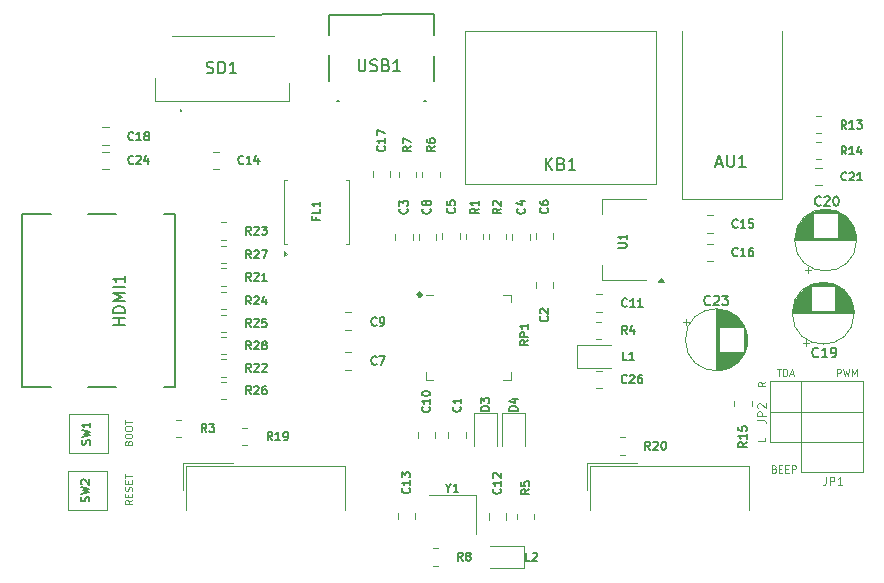
<source format=gbr>
G04 #@! TF.GenerationSoftware,KiCad,Pcbnew,8.0.4*
G04 #@! TF.CreationDate,2024-12-17T15:55:10+02:00*
G04 #@! TF.ProjectId,core,636f7265-2e6b-4696-9361-645f70636258,1.0*
G04 #@! TF.SameCoordinates,Original*
G04 #@! TF.FileFunction,Legend,Top*
G04 #@! TF.FilePolarity,Positive*
%FSLAX46Y46*%
G04 Gerber Fmt 4.6, Leading zero omitted, Abs format (unit mm)*
G04 Created by KiCad (PCBNEW 8.0.4) date 2024-12-17 15:55:10*
%MOMM*%
%LPD*%
G01*
G04 APERTURE LIST*
%ADD10C,0.100000*%
%ADD11C,0.130000*%
%ADD12C,0.140000*%
%ADD13C,0.150000*%
%ADD14C,0.120000*%
%ADD15C,0.300000*%
%ADD16C,0.200000*%
G04 APERTURE END LIST*
D10*
X128872371Y-88171428D02*
X128586657Y-88371428D01*
X128872371Y-88514285D02*
X128272371Y-88514285D01*
X128272371Y-88514285D02*
X128272371Y-88285714D01*
X128272371Y-88285714D02*
X128300942Y-88228571D01*
X128300942Y-88228571D02*
X128329514Y-88200000D01*
X128329514Y-88200000D02*
X128386657Y-88171428D01*
X128386657Y-88171428D02*
X128472371Y-88171428D01*
X128472371Y-88171428D02*
X128529514Y-88200000D01*
X128529514Y-88200000D02*
X128558085Y-88228571D01*
X128558085Y-88228571D02*
X128586657Y-88285714D01*
X128586657Y-88285714D02*
X128586657Y-88514285D01*
X128558085Y-87914285D02*
X128558085Y-87714285D01*
X128872371Y-87628571D02*
X128872371Y-87914285D01*
X128872371Y-87914285D02*
X128272371Y-87914285D01*
X128272371Y-87914285D02*
X128272371Y-87628571D01*
X128843800Y-87400000D02*
X128872371Y-87314286D01*
X128872371Y-87314286D02*
X128872371Y-87171428D01*
X128872371Y-87171428D02*
X128843800Y-87114286D01*
X128843800Y-87114286D02*
X128815228Y-87085714D01*
X128815228Y-87085714D02*
X128758085Y-87057143D01*
X128758085Y-87057143D02*
X128700942Y-87057143D01*
X128700942Y-87057143D02*
X128643800Y-87085714D01*
X128643800Y-87085714D02*
X128615228Y-87114286D01*
X128615228Y-87114286D02*
X128586657Y-87171428D01*
X128586657Y-87171428D02*
X128558085Y-87285714D01*
X128558085Y-87285714D02*
X128529514Y-87342857D01*
X128529514Y-87342857D02*
X128500942Y-87371428D01*
X128500942Y-87371428D02*
X128443800Y-87400000D01*
X128443800Y-87400000D02*
X128386657Y-87400000D01*
X128386657Y-87400000D02*
X128329514Y-87371428D01*
X128329514Y-87371428D02*
X128300942Y-87342857D01*
X128300942Y-87342857D02*
X128272371Y-87285714D01*
X128272371Y-87285714D02*
X128272371Y-87142857D01*
X128272371Y-87142857D02*
X128300942Y-87057143D01*
X128558085Y-86799999D02*
X128558085Y-86599999D01*
X128872371Y-86514285D02*
X128872371Y-86799999D01*
X128872371Y-86799999D02*
X128272371Y-86799999D01*
X128272371Y-86799999D02*
X128272371Y-86514285D01*
X128272371Y-86342857D02*
X128272371Y-86000000D01*
X128872371Y-86171428D02*
X128272371Y-86171428D01*
X128558085Y-83314284D02*
X128586657Y-83228570D01*
X128586657Y-83228570D02*
X128615228Y-83199999D01*
X128615228Y-83199999D02*
X128672371Y-83171427D01*
X128672371Y-83171427D02*
X128758085Y-83171427D01*
X128758085Y-83171427D02*
X128815228Y-83199999D01*
X128815228Y-83199999D02*
X128843800Y-83228570D01*
X128843800Y-83228570D02*
X128872371Y-83285713D01*
X128872371Y-83285713D02*
X128872371Y-83514284D01*
X128872371Y-83514284D02*
X128272371Y-83514284D01*
X128272371Y-83514284D02*
X128272371Y-83314284D01*
X128272371Y-83314284D02*
X128300942Y-83257142D01*
X128300942Y-83257142D02*
X128329514Y-83228570D01*
X128329514Y-83228570D02*
X128386657Y-83199999D01*
X128386657Y-83199999D02*
X128443800Y-83199999D01*
X128443800Y-83199999D02*
X128500942Y-83228570D01*
X128500942Y-83228570D02*
X128529514Y-83257142D01*
X128529514Y-83257142D02*
X128558085Y-83314284D01*
X128558085Y-83314284D02*
X128558085Y-83514284D01*
X128272371Y-82799999D02*
X128272371Y-82685713D01*
X128272371Y-82685713D02*
X128300942Y-82628570D01*
X128300942Y-82628570D02*
X128358085Y-82571427D01*
X128358085Y-82571427D02*
X128472371Y-82542856D01*
X128472371Y-82542856D02*
X128672371Y-82542856D01*
X128672371Y-82542856D02*
X128786657Y-82571427D01*
X128786657Y-82571427D02*
X128843800Y-82628570D01*
X128843800Y-82628570D02*
X128872371Y-82685713D01*
X128872371Y-82685713D02*
X128872371Y-82799999D01*
X128872371Y-82799999D02*
X128843800Y-82857142D01*
X128843800Y-82857142D02*
X128786657Y-82914284D01*
X128786657Y-82914284D02*
X128672371Y-82942856D01*
X128672371Y-82942856D02*
X128472371Y-82942856D01*
X128472371Y-82942856D02*
X128358085Y-82914284D01*
X128358085Y-82914284D02*
X128300942Y-82857142D01*
X128300942Y-82857142D02*
X128272371Y-82799999D01*
X128272371Y-82171428D02*
X128272371Y-82057142D01*
X128272371Y-82057142D02*
X128300942Y-81999999D01*
X128300942Y-81999999D02*
X128358085Y-81942856D01*
X128358085Y-81942856D02*
X128472371Y-81914285D01*
X128472371Y-81914285D02*
X128672371Y-81914285D01*
X128672371Y-81914285D02*
X128786657Y-81942856D01*
X128786657Y-81942856D02*
X128843800Y-81999999D01*
X128843800Y-81999999D02*
X128872371Y-82057142D01*
X128872371Y-82057142D02*
X128872371Y-82171428D01*
X128872371Y-82171428D02*
X128843800Y-82228571D01*
X128843800Y-82228571D02*
X128786657Y-82285713D01*
X128786657Y-82285713D02*
X128672371Y-82314285D01*
X128672371Y-82314285D02*
X128472371Y-82314285D01*
X128472371Y-82314285D02*
X128358085Y-82285713D01*
X128358085Y-82285713D02*
X128300942Y-82228571D01*
X128300942Y-82228571D02*
X128272371Y-82171428D01*
X128272371Y-81742857D02*
X128272371Y-81400000D01*
X128872371Y-81571428D02*
X128272371Y-81571428D01*
X188557143Y-77672371D02*
X188557143Y-77072371D01*
X188557143Y-77072371D02*
X188785714Y-77072371D01*
X188785714Y-77072371D02*
X188842857Y-77100942D01*
X188842857Y-77100942D02*
X188871428Y-77129514D01*
X188871428Y-77129514D02*
X188900000Y-77186657D01*
X188900000Y-77186657D02*
X188900000Y-77272371D01*
X188900000Y-77272371D02*
X188871428Y-77329514D01*
X188871428Y-77329514D02*
X188842857Y-77358085D01*
X188842857Y-77358085D02*
X188785714Y-77386657D01*
X188785714Y-77386657D02*
X188557143Y-77386657D01*
X189100000Y-77072371D02*
X189242857Y-77672371D01*
X189242857Y-77672371D02*
X189357143Y-77243800D01*
X189357143Y-77243800D02*
X189471428Y-77672371D01*
X189471428Y-77672371D02*
X189614286Y-77072371D01*
X189842857Y-77672371D02*
X189842857Y-77072371D01*
X189842857Y-77072371D02*
X190042857Y-77500942D01*
X190042857Y-77500942D02*
X190242857Y-77072371D01*
X190242857Y-77072371D02*
X190242857Y-77672371D01*
X183471428Y-77072371D02*
X183814286Y-77072371D01*
X183642857Y-77672371D02*
X183642857Y-77072371D01*
X184014286Y-77672371D02*
X184014286Y-77072371D01*
X184014286Y-77072371D02*
X184157143Y-77072371D01*
X184157143Y-77072371D02*
X184242857Y-77100942D01*
X184242857Y-77100942D02*
X184300000Y-77158085D01*
X184300000Y-77158085D02*
X184328571Y-77215228D01*
X184328571Y-77215228D02*
X184357143Y-77329514D01*
X184357143Y-77329514D02*
X184357143Y-77415228D01*
X184357143Y-77415228D02*
X184328571Y-77529514D01*
X184328571Y-77529514D02*
X184300000Y-77586657D01*
X184300000Y-77586657D02*
X184242857Y-77643800D01*
X184242857Y-77643800D02*
X184157143Y-77672371D01*
X184157143Y-77672371D02*
X184014286Y-77672371D01*
X184585714Y-77500942D02*
X184871429Y-77500942D01*
X184528571Y-77672371D02*
X184728571Y-77072371D01*
X184728571Y-77072371D02*
X184928571Y-77672371D01*
X182472371Y-78180074D02*
X182186657Y-78380074D01*
X182472371Y-78522931D02*
X181872371Y-78522931D01*
X181872371Y-78522931D02*
X181872371Y-78294360D01*
X181872371Y-78294360D02*
X181900942Y-78237217D01*
X181900942Y-78237217D02*
X181929514Y-78208646D01*
X181929514Y-78208646D02*
X181986657Y-78180074D01*
X181986657Y-78180074D02*
X182072371Y-78180074D01*
X182072371Y-78180074D02*
X182129514Y-78208646D01*
X182129514Y-78208646D02*
X182158085Y-78237217D01*
X182158085Y-78237217D02*
X182186657Y-78294360D01*
X182186657Y-78294360D02*
X182186657Y-78522931D01*
X182472371Y-82922931D02*
X182472371Y-83208645D01*
X182472371Y-83208645D02*
X181872371Y-83208645D01*
X183261354Y-85528085D02*
X183347068Y-85556657D01*
X183347068Y-85556657D02*
X183375639Y-85585228D01*
X183375639Y-85585228D02*
X183404211Y-85642371D01*
X183404211Y-85642371D02*
X183404211Y-85728085D01*
X183404211Y-85728085D02*
X183375639Y-85785228D01*
X183375639Y-85785228D02*
X183347068Y-85813800D01*
X183347068Y-85813800D02*
X183289925Y-85842371D01*
X183289925Y-85842371D02*
X183061354Y-85842371D01*
X183061354Y-85842371D02*
X183061354Y-85242371D01*
X183061354Y-85242371D02*
X183261354Y-85242371D01*
X183261354Y-85242371D02*
X183318497Y-85270942D01*
X183318497Y-85270942D02*
X183347068Y-85299514D01*
X183347068Y-85299514D02*
X183375639Y-85356657D01*
X183375639Y-85356657D02*
X183375639Y-85413800D01*
X183375639Y-85413800D02*
X183347068Y-85470942D01*
X183347068Y-85470942D02*
X183318497Y-85499514D01*
X183318497Y-85499514D02*
X183261354Y-85528085D01*
X183261354Y-85528085D02*
X183061354Y-85528085D01*
X183661354Y-85528085D02*
X183861354Y-85528085D01*
X183947068Y-85842371D02*
X183661354Y-85842371D01*
X183661354Y-85842371D02*
X183661354Y-85242371D01*
X183661354Y-85242371D02*
X183947068Y-85242371D01*
X184204211Y-85528085D02*
X184404211Y-85528085D01*
X184489925Y-85842371D02*
X184204211Y-85842371D01*
X184204211Y-85842371D02*
X184204211Y-85242371D01*
X184204211Y-85242371D02*
X184489925Y-85242371D01*
X184747068Y-85842371D02*
X184747068Y-85242371D01*
X184747068Y-85242371D02*
X184975639Y-85242371D01*
X184975639Y-85242371D02*
X185032782Y-85270942D01*
X185032782Y-85270942D02*
X185061353Y-85299514D01*
X185061353Y-85299514D02*
X185089925Y-85356657D01*
X185089925Y-85356657D02*
X185089925Y-85442371D01*
X185089925Y-85442371D02*
X185061353Y-85499514D01*
X185061353Y-85499514D02*
X185032782Y-85528085D01*
X185032782Y-85528085D02*
X184975639Y-85556657D01*
X184975639Y-85556657D02*
X184747068Y-85556657D01*
D11*
X144445406Y-64196667D02*
X144445406Y-64430000D01*
X144812073Y-64430000D02*
X144112073Y-64430000D01*
X144112073Y-64430000D02*
X144112073Y-64096667D01*
X144812073Y-63496667D02*
X144812073Y-63830000D01*
X144812073Y-63830000D02*
X144112073Y-63830000D01*
X144812073Y-62896666D02*
X144812073Y-63296666D01*
X144812073Y-63096666D02*
X144112073Y-63096666D01*
X144112073Y-63096666D02*
X144212073Y-63163333D01*
X144212073Y-63163333D02*
X144278740Y-63230000D01*
X144278740Y-63230000D02*
X144312073Y-63296666D01*
X162439573Y-74626666D02*
X162106240Y-74859999D01*
X162439573Y-75026666D02*
X161739573Y-75026666D01*
X161739573Y-75026666D02*
X161739573Y-74759999D01*
X161739573Y-74759999D02*
X161772906Y-74693333D01*
X161772906Y-74693333D02*
X161806240Y-74659999D01*
X161806240Y-74659999D02*
X161872906Y-74626666D01*
X161872906Y-74626666D02*
X161972906Y-74626666D01*
X161972906Y-74626666D02*
X162039573Y-74659999D01*
X162039573Y-74659999D02*
X162072906Y-74693333D01*
X162072906Y-74693333D02*
X162106240Y-74759999D01*
X162106240Y-74759999D02*
X162106240Y-75026666D01*
X162439573Y-74326666D02*
X161739573Y-74326666D01*
X161739573Y-74326666D02*
X161739573Y-74059999D01*
X161739573Y-74059999D02*
X161772906Y-73993333D01*
X161772906Y-73993333D02*
X161806240Y-73959999D01*
X161806240Y-73959999D02*
X161872906Y-73926666D01*
X161872906Y-73926666D02*
X161972906Y-73926666D01*
X161972906Y-73926666D02*
X162039573Y-73959999D01*
X162039573Y-73959999D02*
X162072906Y-73993333D01*
X162072906Y-73993333D02*
X162106240Y-74059999D01*
X162106240Y-74059999D02*
X162106240Y-74326666D01*
X162439573Y-73259999D02*
X162439573Y-73659999D01*
X162439573Y-73459999D02*
X161739573Y-73459999D01*
X161739573Y-73459999D02*
X161839573Y-73526666D01*
X161839573Y-73526666D02*
X161906240Y-73593333D01*
X161906240Y-73593333D02*
X161939573Y-73659999D01*
D12*
X170762499Y-78199886D02*
X170729166Y-78233220D01*
X170729166Y-78233220D02*
X170629166Y-78266553D01*
X170629166Y-78266553D02*
X170562499Y-78266553D01*
X170562499Y-78266553D02*
X170462499Y-78233220D01*
X170462499Y-78233220D02*
X170395833Y-78166553D01*
X170395833Y-78166553D02*
X170362499Y-78099886D01*
X170362499Y-78099886D02*
X170329166Y-77966553D01*
X170329166Y-77966553D02*
X170329166Y-77866553D01*
X170329166Y-77866553D02*
X170362499Y-77733220D01*
X170362499Y-77733220D02*
X170395833Y-77666553D01*
X170395833Y-77666553D02*
X170462499Y-77599886D01*
X170462499Y-77599886D02*
X170562499Y-77566553D01*
X170562499Y-77566553D02*
X170629166Y-77566553D01*
X170629166Y-77566553D02*
X170729166Y-77599886D01*
X170729166Y-77599886D02*
X170762499Y-77633220D01*
X171029166Y-77633220D02*
X171062499Y-77599886D01*
X171062499Y-77599886D02*
X171129166Y-77566553D01*
X171129166Y-77566553D02*
X171295833Y-77566553D01*
X171295833Y-77566553D02*
X171362499Y-77599886D01*
X171362499Y-77599886D02*
X171395833Y-77633220D01*
X171395833Y-77633220D02*
X171429166Y-77699886D01*
X171429166Y-77699886D02*
X171429166Y-77766553D01*
X171429166Y-77766553D02*
X171395833Y-77866553D01*
X171395833Y-77866553D02*
X170995833Y-78266553D01*
X170995833Y-78266553D02*
X171429166Y-78266553D01*
X172029166Y-77566553D02*
X171895833Y-77566553D01*
X171895833Y-77566553D02*
X171829166Y-77599886D01*
X171829166Y-77599886D02*
X171795833Y-77633220D01*
X171795833Y-77633220D02*
X171729166Y-77733220D01*
X171729166Y-77733220D02*
X171695833Y-77866553D01*
X171695833Y-77866553D02*
X171695833Y-78133220D01*
X171695833Y-78133220D02*
X171729166Y-78199886D01*
X171729166Y-78199886D02*
X171762500Y-78233220D01*
X171762500Y-78233220D02*
X171829166Y-78266553D01*
X171829166Y-78266553D02*
X171962500Y-78266553D01*
X171962500Y-78266553D02*
X172029166Y-78233220D01*
X172029166Y-78233220D02*
X172062500Y-78199886D01*
X172062500Y-78199886D02*
X172095833Y-78133220D01*
X172095833Y-78133220D02*
X172095833Y-77966553D01*
X172095833Y-77966553D02*
X172062500Y-77899886D01*
X172062500Y-77899886D02*
X172029166Y-77866553D01*
X172029166Y-77866553D02*
X171962500Y-77833220D01*
X171962500Y-77833220D02*
X171829166Y-77833220D01*
X171829166Y-77833220D02*
X171762500Y-77866553D01*
X171762500Y-77866553D02*
X171729166Y-77899886D01*
X171729166Y-77899886D02*
X171695833Y-77966553D01*
D11*
X125233740Y-88293333D02*
X125267073Y-88193333D01*
X125267073Y-88193333D02*
X125267073Y-88026667D01*
X125267073Y-88026667D02*
X125233740Y-87960000D01*
X125233740Y-87960000D02*
X125200406Y-87926667D01*
X125200406Y-87926667D02*
X125133740Y-87893333D01*
X125133740Y-87893333D02*
X125067073Y-87893333D01*
X125067073Y-87893333D02*
X125000406Y-87926667D01*
X125000406Y-87926667D02*
X124967073Y-87960000D01*
X124967073Y-87960000D02*
X124933740Y-88026667D01*
X124933740Y-88026667D02*
X124900406Y-88160000D01*
X124900406Y-88160000D02*
X124867073Y-88226667D01*
X124867073Y-88226667D02*
X124833740Y-88260000D01*
X124833740Y-88260000D02*
X124767073Y-88293333D01*
X124767073Y-88293333D02*
X124700406Y-88293333D01*
X124700406Y-88293333D02*
X124633740Y-88260000D01*
X124633740Y-88260000D02*
X124600406Y-88226667D01*
X124600406Y-88226667D02*
X124567073Y-88160000D01*
X124567073Y-88160000D02*
X124567073Y-87993333D01*
X124567073Y-87993333D02*
X124600406Y-87893333D01*
X124567073Y-87660000D02*
X125267073Y-87493333D01*
X125267073Y-87493333D02*
X124767073Y-87360000D01*
X124767073Y-87360000D02*
X125267073Y-87226666D01*
X125267073Y-87226666D02*
X124567073Y-87060000D01*
X124633740Y-86826666D02*
X124600406Y-86793333D01*
X124600406Y-86793333D02*
X124567073Y-86726666D01*
X124567073Y-86726666D02*
X124567073Y-86560000D01*
X124567073Y-86560000D02*
X124600406Y-86493333D01*
X124600406Y-86493333D02*
X124633740Y-86460000D01*
X124633740Y-86460000D02*
X124700406Y-86426666D01*
X124700406Y-86426666D02*
X124767073Y-86426666D01*
X124767073Y-86426666D02*
X124867073Y-86460000D01*
X124867073Y-86460000D02*
X125267073Y-86860000D01*
X125267073Y-86860000D02*
X125267073Y-86426666D01*
X125288740Y-83493333D02*
X125322073Y-83393333D01*
X125322073Y-83393333D02*
X125322073Y-83226667D01*
X125322073Y-83226667D02*
X125288740Y-83160000D01*
X125288740Y-83160000D02*
X125255406Y-83126667D01*
X125255406Y-83126667D02*
X125188740Y-83093333D01*
X125188740Y-83093333D02*
X125122073Y-83093333D01*
X125122073Y-83093333D02*
X125055406Y-83126667D01*
X125055406Y-83126667D02*
X125022073Y-83160000D01*
X125022073Y-83160000D02*
X124988740Y-83226667D01*
X124988740Y-83226667D02*
X124955406Y-83360000D01*
X124955406Y-83360000D02*
X124922073Y-83426667D01*
X124922073Y-83426667D02*
X124888740Y-83460000D01*
X124888740Y-83460000D02*
X124822073Y-83493333D01*
X124822073Y-83493333D02*
X124755406Y-83493333D01*
X124755406Y-83493333D02*
X124688740Y-83460000D01*
X124688740Y-83460000D02*
X124655406Y-83426667D01*
X124655406Y-83426667D02*
X124622073Y-83360000D01*
X124622073Y-83360000D02*
X124622073Y-83193333D01*
X124622073Y-83193333D02*
X124655406Y-83093333D01*
X124622073Y-82860000D02*
X125322073Y-82693333D01*
X125322073Y-82693333D02*
X124822073Y-82560000D01*
X124822073Y-82560000D02*
X125322073Y-82426666D01*
X125322073Y-82426666D02*
X124622073Y-82260000D01*
X125322073Y-81626666D02*
X125322073Y-82026666D01*
X125322073Y-81826666D02*
X124622073Y-81826666D01*
X124622073Y-81826666D02*
X124722073Y-81893333D01*
X124722073Y-81893333D02*
X124788740Y-81960000D01*
X124788740Y-81960000D02*
X124822073Y-82026666D01*
X170057073Y-66793333D02*
X170623740Y-66793333D01*
X170623740Y-66793333D02*
X170690406Y-66760000D01*
X170690406Y-66760000D02*
X170723740Y-66726666D01*
X170723740Y-66726666D02*
X170757073Y-66660000D01*
X170757073Y-66660000D02*
X170757073Y-66526666D01*
X170757073Y-66526666D02*
X170723740Y-66460000D01*
X170723740Y-66460000D02*
X170690406Y-66426666D01*
X170690406Y-66426666D02*
X170623740Y-66393333D01*
X170623740Y-66393333D02*
X170057073Y-66393333D01*
X170757073Y-65693333D02*
X170757073Y-66093333D01*
X170757073Y-65893333D02*
X170057073Y-65893333D01*
X170057073Y-65893333D02*
X170157073Y-65960000D01*
X170157073Y-65960000D02*
X170223740Y-66026667D01*
X170223740Y-66026667D02*
X170257073Y-66093333D01*
X155666667Y-87183740D02*
X155666667Y-87517073D01*
X155433333Y-86817073D02*
X155666667Y-87183740D01*
X155666667Y-87183740D02*
X155900000Y-86817073D01*
X156500000Y-87517073D02*
X156100000Y-87517073D01*
X156300000Y-87517073D02*
X156300000Y-86817073D01*
X156300000Y-86817073D02*
X156233333Y-86917073D01*
X156233333Y-86917073D02*
X156166667Y-86983740D01*
X156166667Y-86983740D02*
X156100000Y-87017073D01*
D13*
X178371905Y-59679104D02*
X178848095Y-59679104D01*
X178276667Y-59964819D02*
X178610000Y-58964819D01*
X178610000Y-58964819D02*
X178943333Y-59964819D01*
X179276667Y-58964819D02*
X179276667Y-59774342D01*
X179276667Y-59774342D02*
X179324286Y-59869580D01*
X179324286Y-59869580D02*
X179371905Y-59917200D01*
X179371905Y-59917200D02*
X179467143Y-59964819D01*
X179467143Y-59964819D02*
X179657619Y-59964819D01*
X179657619Y-59964819D02*
X179752857Y-59917200D01*
X179752857Y-59917200D02*
X179800476Y-59869580D01*
X179800476Y-59869580D02*
X179848095Y-59774342D01*
X179848095Y-59774342D02*
X179848095Y-58964819D01*
X180848095Y-59964819D02*
X180276667Y-59964819D01*
X180562381Y-59964819D02*
X180562381Y-58964819D01*
X180562381Y-58964819D02*
X180467143Y-59107676D01*
X180467143Y-59107676D02*
X180371905Y-59202914D01*
X180371905Y-59202914D02*
X180276667Y-59250533D01*
D12*
X158216553Y-63491666D02*
X157883220Y-63724999D01*
X158216553Y-63891666D02*
X157516553Y-63891666D01*
X157516553Y-63891666D02*
X157516553Y-63624999D01*
X157516553Y-63624999D02*
X157549886Y-63558333D01*
X157549886Y-63558333D02*
X157583220Y-63524999D01*
X157583220Y-63524999D02*
X157649886Y-63491666D01*
X157649886Y-63491666D02*
X157749886Y-63491666D01*
X157749886Y-63491666D02*
X157816553Y-63524999D01*
X157816553Y-63524999D02*
X157849886Y-63558333D01*
X157849886Y-63558333D02*
X157883220Y-63624999D01*
X157883220Y-63624999D02*
X157883220Y-63891666D01*
X158216553Y-62824999D02*
X158216553Y-63224999D01*
X158216553Y-63024999D02*
X157516553Y-63024999D01*
X157516553Y-63024999D02*
X157616553Y-63091666D01*
X157616553Y-63091666D02*
X157683220Y-63158333D01*
X157683220Y-63158333D02*
X157716553Y-63224999D01*
X138949999Y-65716553D02*
X138716666Y-65383220D01*
X138549999Y-65716553D02*
X138549999Y-65016553D01*
X138549999Y-65016553D02*
X138816666Y-65016553D01*
X138816666Y-65016553D02*
X138883333Y-65049886D01*
X138883333Y-65049886D02*
X138916666Y-65083220D01*
X138916666Y-65083220D02*
X138949999Y-65149886D01*
X138949999Y-65149886D02*
X138949999Y-65249886D01*
X138949999Y-65249886D02*
X138916666Y-65316553D01*
X138916666Y-65316553D02*
X138883333Y-65349886D01*
X138883333Y-65349886D02*
X138816666Y-65383220D01*
X138816666Y-65383220D02*
X138549999Y-65383220D01*
X139216666Y-65083220D02*
X139249999Y-65049886D01*
X139249999Y-65049886D02*
X139316666Y-65016553D01*
X139316666Y-65016553D02*
X139483333Y-65016553D01*
X139483333Y-65016553D02*
X139549999Y-65049886D01*
X139549999Y-65049886D02*
X139583333Y-65083220D01*
X139583333Y-65083220D02*
X139616666Y-65149886D01*
X139616666Y-65149886D02*
X139616666Y-65216553D01*
X139616666Y-65216553D02*
X139583333Y-65316553D01*
X139583333Y-65316553D02*
X139183333Y-65716553D01*
X139183333Y-65716553D02*
X139616666Y-65716553D01*
X139850000Y-65016553D02*
X140283333Y-65016553D01*
X140283333Y-65016553D02*
X140050000Y-65283220D01*
X140050000Y-65283220D02*
X140150000Y-65283220D01*
X140150000Y-65283220D02*
X140216666Y-65316553D01*
X140216666Y-65316553D02*
X140250000Y-65349886D01*
X140250000Y-65349886D02*
X140283333Y-65416553D01*
X140283333Y-65416553D02*
X140283333Y-65583220D01*
X140283333Y-65583220D02*
X140250000Y-65649886D01*
X140250000Y-65649886D02*
X140216666Y-65683220D01*
X140216666Y-65683220D02*
X140150000Y-65716553D01*
X140150000Y-65716553D02*
X139950000Y-65716553D01*
X139950000Y-65716553D02*
X139883333Y-65683220D01*
X139883333Y-65683220D02*
X139850000Y-65649886D01*
X162087386Y-63491666D02*
X162120720Y-63524999D01*
X162120720Y-63524999D02*
X162154053Y-63624999D01*
X162154053Y-63624999D02*
X162154053Y-63691666D01*
X162154053Y-63691666D02*
X162120720Y-63791666D01*
X162120720Y-63791666D02*
X162054053Y-63858333D01*
X162054053Y-63858333D02*
X161987386Y-63891666D01*
X161987386Y-63891666D02*
X161854053Y-63924999D01*
X161854053Y-63924999D02*
X161754053Y-63924999D01*
X161754053Y-63924999D02*
X161620720Y-63891666D01*
X161620720Y-63891666D02*
X161554053Y-63858333D01*
X161554053Y-63858333D02*
X161487386Y-63791666D01*
X161487386Y-63791666D02*
X161454053Y-63691666D01*
X161454053Y-63691666D02*
X161454053Y-63624999D01*
X161454053Y-63624999D02*
X161487386Y-63524999D01*
X161487386Y-63524999D02*
X161520720Y-63491666D01*
X161687386Y-62891666D02*
X162154053Y-62891666D01*
X161420720Y-63058333D02*
X161920720Y-63224999D01*
X161920720Y-63224999D02*
X161920720Y-62791666D01*
X152149886Y-63491666D02*
X152183220Y-63524999D01*
X152183220Y-63524999D02*
X152216553Y-63624999D01*
X152216553Y-63624999D02*
X152216553Y-63691666D01*
X152216553Y-63691666D02*
X152183220Y-63791666D01*
X152183220Y-63791666D02*
X152116553Y-63858333D01*
X152116553Y-63858333D02*
X152049886Y-63891666D01*
X152049886Y-63891666D02*
X151916553Y-63924999D01*
X151916553Y-63924999D02*
X151816553Y-63924999D01*
X151816553Y-63924999D02*
X151683220Y-63891666D01*
X151683220Y-63891666D02*
X151616553Y-63858333D01*
X151616553Y-63858333D02*
X151549886Y-63791666D01*
X151549886Y-63791666D02*
X151516553Y-63691666D01*
X151516553Y-63691666D02*
X151516553Y-63624999D01*
X151516553Y-63624999D02*
X151549886Y-63524999D01*
X151549886Y-63524999D02*
X151583220Y-63491666D01*
X151516553Y-63258333D02*
X151516553Y-62824999D01*
X151516553Y-62824999D02*
X151783220Y-63058333D01*
X151783220Y-63058333D02*
X151783220Y-62958333D01*
X151783220Y-62958333D02*
X151816553Y-62891666D01*
X151816553Y-62891666D02*
X151849886Y-62858333D01*
X151849886Y-62858333D02*
X151916553Y-62824999D01*
X151916553Y-62824999D02*
X152083220Y-62824999D01*
X152083220Y-62824999D02*
X152149886Y-62858333D01*
X152149886Y-62858333D02*
X152183220Y-62891666D01*
X152183220Y-62891666D02*
X152216553Y-62958333D01*
X152216553Y-62958333D02*
X152216553Y-63158333D01*
X152216553Y-63158333D02*
X152183220Y-63224999D01*
X152183220Y-63224999D02*
X152149886Y-63258333D01*
X160049886Y-87212500D02*
X160083220Y-87245833D01*
X160083220Y-87245833D02*
X160116553Y-87345833D01*
X160116553Y-87345833D02*
X160116553Y-87412500D01*
X160116553Y-87412500D02*
X160083220Y-87512500D01*
X160083220Y-87512500D02*
X160016553Y-87579167D01*
X160016553Y-87579167D02*
X159949886Y-87612500D01*
X159949886Y-87612500D02*
X159816553Y-87645833D01*
X159816553Y-87645833D02*
X159716553Y-87645833D01*
X159716553Y-87645833D02*
X159583220Y-87612500D01*
X159583220Y-87612500D02*
X159516553Y-87579167D01*
X159516553Y-87579167D02*
X159449886Y-87512500D01*
X159449886Y-87512500D02*
X159416553Y-87412500D01*
X159416553Y-87412500D02*
X159416553Y-87345833D01*
X159416553Y-87345833D02*
X159449886Y-87245833D01*
X159449886Y-87245833D02*
X159483220Y-87212500D01*
X160116553Y-86545833D02*
X160116553Y-86945833D01*
X160116553Y-86745833D02*
X159416553Y-86745833D01*
X159416553Y-86745833D02*
X159516553Y-86812500D01*
X159516553Y-86812500D02*
X159583220Y-86879167D01*
X159583220Y-86879167D02*
X159616553Y-86945833D01*
X159483220Y-86279166D02*
X159449886Y-86245833D01*
X159449886Y-86245833D02*
X159416553Y-86179166D01*
X159416553Y-86179166D02*
X159416553Y-86012500D01*
X159416553Y-86012500D02*
X159449886Y-85945833D01*
X159449886Y-85945833D02*
X159483220Y-85912500D01*
X159483220Y-85912500D02*
X159549886Y-85879166D01*
X159549886Y-85879166D02*
X159616553Y-85879166D01*
X159616553Y-85879166D02*
X159716553Y-85912500D01*
X159716553Y-85912500D02*
X160116553Y-86312500D01*
X160116553Y-86312500D02*
X160116553Y-85879166D01*
X138949999Y-73516553D02*
X138716666Y-73183220D01*
X138549999Y-73516553D02*
X138549999Y-72816553D01*
X138549999Y-72816553D02*
X138816666Y-72816553D01*
X138816666Y-72816553D02*
X138883333Y-72849886D01*
X138883333Y-72849886D02*
X138916666Y-72883220D01*
X138916666Y-72883220D02*
X138949999Y-72949886D01*
X138949999Y-72949886D02*
X138949999Y-73049886D01*
X138949999Y-73049886D02*
X138916666Y-73116553D01*
X138916666Y-73116553D02*
X138883333Y-73149886D01*
X138883333Y-73149886D02*
X138816666Y-73183220D01*
X138816666Y-73183220D02*
X138549999Y-73183220D01*
X139216666Y-72883220D02*
X139249999Y-72849886D01*
X139249999Y-72849886D02*
X139316666Y-72816553D01*
X139316666Y-72816553D02*
X139483333Y-72816553D01*
X139483333Y-72816553D02*
X139549999Y-72849886D01*
X139549999Y-72849886D02*
X139583333Y-72883220D01*
X139583333Y-72883220D02*
X139616666Y-72949886D01*
X139616666Y-72949886D02*
X139616666Y-73016553D01*
X139616666Y-73016553D02*
X139583333Y-73116553D01*
X139583333Y-73116553D02*
X139183333Y-73516553D01*
X139183333Y-73516553D02*
X139616666Y-73516553D01*
X140250000Y-72816553D02*
X139916666Y-72816553D01*
X139916666Y-72816553D02*
X139883333Y-73149886D01*
X139883333Y-73149886D02*
X139916666Y-73116553D01*
X139916666Y-73116553D02*
X139983333Y-73083220D01*
X139983333Y-73083220D02*
X140150000Y-73083220D01*
X140150000Y-73083220D02*
X140216666Y-73116553D01*
X140216666Y-73116553D02*
X140250000Y-73149886D01*
X140250000Y-73149886D02*
X140283333Y-73216553D01*
X140283333Y-73216553D02*
X140283333Y-73383220D01*
X140283333Y-73383220D02*
X140250000Y-73449886D01*
X140250000Y-73449886D02*
X140216666Y-73483220D01*
X140216666Y-73483220D02*
X140150000Y-73516553D01*
X140150000Y-73516553D02*
X139983333Y-73516553D01*
X139983333Y-73516553D02*
X139916666Y-73483220D01*
X139916666Y-73483220D02*
X139883333Y-73449886D01*
D11*
X187185714Y-63187144D02*
X187147618Y-63225240D01*
X187147618Y-63225240D02*
X187033333Y-63263335D01*
X187033333Y-63263335D02*
X186957142Y-63263335D01*
X186957142Y-63263335D02*
X186842856Y-63225240D01*
X186842856Y-63225240D02*
X186766666Y-63149049D01*
X186766666Y-63149049D02*
X186728571Y-63072859D01*
X186728571Y-63072859D02*
X186690475Y-62920478D01*
X186690475Y-62920478D02*
X186690475Y-62806192D01*
X186690475Y-62806192D02*
X186728571Y-62653811D01*
X186728571Y-62653811D02*
X186766666Y-62577620D01*
X186766666Y-62577620D02*
X186842856Y-62501430D01*
X186842856Y-62501430D02*
X186957142Y-62463335D01*
X186957142Y-62463335D02*
X187033333Y-62463335D01*
X187033333Y-62463335D02*
X187147618Y-62501430D01*
X187147618Y-62501430D02*
X187185714Y-62539525D01*
X187490475Y-62539525D02*
X187528571Y-62501430D01*
X187528571Y-62501430D02*
X187604761Y-62463335D01*
X187604761Y-62463335D02*
X187795237Y-62463335D01*
X187795237Y-62463335D02*
X187871428Y-62501430D01*
X187871428Y-62501430D02*
X187909523Y-62539525D01*
X187909523Y-62539525D02*
X187947618Y-62615716D01*
X187947618Y-62615716D02*
X187947618Y-62691906D01*
X187947618Y-62691906D02*
X187909523Y-62806192D01*
X187909523Y-62806192D02*
X187452380Y-63263335D01*
X187452380Y-63263335D02*
X187947618Y-63263335D01*
X188442857Y-62463335D02*
X188519047Y-62463335D01*
X188519047Y-62463335D02*
X188595238Y-62501430D01*
X188595238Y-62501430D02*
X188633333Y-62539525D01*
X188633333Y-62539525D02*
X188671428Y-62615716D01*
X188671428Y-62615716D02*
X188709523Y-62768097D01*
X188709523Y-62768097D02*
X188709523Y-62958573D01*
X188709523Y-62958573D02*
X188671428Y-63110954D01*
X188671428Y-63110954D02*
X188633333Y-63187144D01*
X188633333Y-63187144D02*
X188595238Y-63225240D01*
X188595238Y-63225240D02*
X188519047Y-63263335D01*
X188519047Y-63263335D02*
X188442857Y-63263335D01*
X188442857Y-63263335D02*
X188366666Y-63225240D01*
X188366666Y-63225240D02*
X188328571Y-63187144D01*
X188328571Y-63187144D02*
X188290476Y-63110954D01*
X188290476Y-63110954D02*
X188252380Y-62958573D01*
X188252380Y-62958573D02*
X188252380Y-62768097D01*
X188252380Y-62768097D02*
X188290476Y-62615716D01*
X188290476Y-62615716D02*
X188328571Y-62539525D01*
X188328571Y-62539525D02*
X188366666Y-62501430D01*
X188366666Y-62501430D02*
X188442857Y-62463335D01*
D13*
X148061905Y-50854819D02*
X148061905Y-51664342D01*
X148061905Y-51664342D02*
X148109524Y-51759580D01*
X148109524Y-51759580D02*
X148157143Y-51807200D01*
X148157143Y-51807200D02*
X148252381Y-51854819D01*
X148252381Y-51854819D02*
X148442857Y-51854819D01*
X148442857Y-51854819D02*
X148538095Y-51807200D01*
X148538095Y-51807200D02*
X148585714Y-51759580D01*
X148585714Y-51759580D02*
X148633333Y-51664342D01*
X148633333Y-51664342D02*
X148633333Y-50854819D01*
X149061905Y-51807200D02*
X149204762Y-51854819D01*
X149204762Y-51854819D02*
X149442857Y-51854819D01*
X149442857Y-51854819D02*
X149538095Y-51807200D01*
X149538095Y-51807200D02*
X149585714Y-51759580D01*
X149585714Y-51759580D02*
X149633333Y-51664342D01*
X149633333Y-51664342D02*
X149633333Y-51569104D01*
X149633333Y-51569104D02*
X149585714Y-51473866D01*
X149585714Y-51473866D02*
X149538095Y-51426247D01*
X149538095Y-51426247D02*
X149442857Y-51378628D01*
X149442857Y-51378628D02*
X149252381Y-51331009D01*
X149252381Y-51331009D02*
X149157143Y-51283390D01*
X149157143Y-51283390D02*
X149109524Y-51235771D01*
X149109524Y-51235771D02*
X149061905Y-51140533D01*
X149061905Y-51140533D02*
X149061905Y-51045295D01*
X149061905Y-51045295D02*
X149109524Y-50950057D01*
X149109524Y-50950057D02*
X149157143Y-50902438D01*
X149157143Y-50902438D02*
X149252381Y-50854819D01*
X149252381Y-50854819D02*
X149490476Y-50854819D01*
X149490476Y-50854819D02*
X149633333Y-50902438D01*
X150395238Y-51331009D02*
X150538095Y-51378628D01*
X150538095Y-51378628D02*
X150585714Y-51426247D01*
X150585714Y-51426247D02*
X150633333Y-51521485D01*
X150633333Y-51521485D02*
X150633333Y-51664342D01*
X150633333Y-51664342D02*
X150585714Y-51759580D01*
X150585714Y-51759580D02*
X150538095Y-51807200D01*
X150538095Y-51807200D02*
X150442857Y-51854819D01*
X150442857Y-51854819D02*
X150061905Y-51854819D01*
X150061905Y-51854819D02*
X150061905Y-50854819D01*
X150061905Y-50854819D02*
X150395238Y-50854819D01*
X150395238Y-50854819D02*
X150490476Y-50902438D01*
X150490476Y-50902438D02*
X150538095Y-50950057D01*
X150538095Y-50950057D02*
X150585714Y-51045295D01*
X150585714Y-51045295D02*
X150585714Y-51140533D01*
X150585714Y-51140533D02*
X150538095Y-51235771D01*
X150538095Y-51235771D02*
X150490476Y-51283390D01*
X150490476Y-51283390D02*
X150395238Y-51331009D01*
X150395238Y-51331009D02*
X150061905Y-51331009D01*
X151585714Y-51854819D02*
X151014286Y-51854819D01*
X151300000Y-51854819D02*
X151300000Y-50854819D01*
X151300000Y-50854819D02*
X151204762Y-50997676D01*
X151204762Y-50997676D02*
X151109524Y-51092914D01*
X151109524Y-51092914D02*
X151014286Y-51140533D01*
X163901905Y-60214819D02*
X163901905Y-59214819D01*
X164473333Y-60214819D02*
X164044762Y-59643390D01*
X164473333Y-59214819D02*
X163901905Y-59786247D01*
X165235238Y-59691009D02*
X165378095Y-59738628D01*
X165378095Y-59738628D02*
X165425714Y-59786247D01*
X165425714Y-59786247D02*
X165473333Y-59881485D01*
X165473333Y-59881485D02*
X165473333Y-60024342D01*
X165473333Y-60024342D02*
X165425714Y-60119580D01*
X165425714Y-60119580D02*
X165378095Y-60167200D01*
X165378095Y-60167200D02*
X165282857Y-60214819D01*
X165282857Y-60214819D02*
X164901905Y-60214819D01*
X164901905Y-60214819D02*
X164901905Y-59214819D01*
X164901905Y-59214819D02*
X165235238Y-59214819D01*
X165235238Y-59214819D02*
X165330476Y-59262438D01*
X165330476Y-59262438D02*
X165378095Y-59310057D01*
X165378095Y-59310057D02*
X165425714Y-59405295D01*
X165425714Y-59405295D02*
X165425714Y-59500533D01*
X165425714Y-59500533D02*
X165378095Y-59595771D01*
X165378095Y-59595771D02*
X165330476Y-59643390D01*
X165330476Y-59643390D02*
X165235238Y-59691009D01*
X165235238Y-59691009D02*
X164901905Y-59691009D01*
X166425714Y-60214819D02*
X165854286Y-60214819D01*
X166140000Y-60214819D02*
X166140000Y-59214819D01*
X166140000Y-59214819D02*
X166044762Y-59357676D01*
X166044762Y-59357676D02*
X165949524Y-59452914D01*
X165949524Y-59452914D02*
X165854286Y-59500533D01*
D12*
X152349886Y-87162500D02*
X152383220Y-87195833D01*
X152383220Y-87195833D02*
X152416553Y-87295833D01*
X152416553Y-87295833D02*
X152416553Y-87362500D01*
X152416553Y-87362500D02*
X152383220Y-87462500D01*
X152383220Y-87462500D02*
X152316553Y-87529167D01*
X152316553Y-87529167D02*
X152249886Y-87562500D01*
X152249886Y-87562500D02*
X152116553Y-87595833D01*
X152116553Y-87595833D02*
X152016553Y-87595833D01*
X152016553Y-87595833D02*
X151883220Y-87562500D01*
X151883220Y-87562500D02*
X151816553Y-87529167D01*
X151816553Y-87529167D02*
X151749886Y-87462500D01*
X151749886Y-87462500D02*
X151716553Y-87362500D01*
X151716553Y-87362500D02*
X151716553Y-87295833D01*
X151716553Y-87295833D02*
X151749886Y-87195833D01*
X151749886Y-87195833D02*
X151783220Y-87162500D01*
X152416553Y-86495833D02*
X152416553Y-86895833D01*
X152416553Y-86695833D02*
X151716553Y-86695833D01*
X151716553Y-86695833D02*
X151816553Y-86762500D01*
X151816553Y-86762500D02*
X151883220Y-86829167D01*
X151883220Y-86829167D02*
X151916553Y-86895833D01*
X151716553Y-86262500D02*
X151716553Y-85829166D01*
X151716553Y-85829166D02*
X151983220Y-86062500D01*
X151983220Y-86062500D02*
X151983220Y-85962500D01*
X151983220Y-85962500D02*
X152016553Y-85895833D01*
X152016553Y-85895833D02*
X152049886Y-85862500D01*
X152049886Y-85862500D02*
X152116553Y-85829166D01*
X152116553Y-85829166D02*
X152283220Y-85829166D01*
X152283220Y-85829166D02*
X152349886Y-85862500D01*
X152349886Y-85862500D02*
X152383220Y-85895833D01*
X152383220Y-85895833D02*
X152416553Y-85962500D01*
X152416553Y-85962500D02*
X152416553Y-86162500D01*
X152416553Y-86162500D02*
X152383220Y-86229166D01*
X152383220Y-86229166D02*
X152349886Y-86262500D01*
X138949999Y-75416553D02*
X138716666Y-75083220D01*
X138549999Y-75416553D02*
X138549999Y-74716553D01*
X138549999Y-74716553D02*
X138816666Y-74716553D01*
X138816666Y-74716553D02*
X138883333Y-74749886D01*
X138883333Y-74749886D02*
X138916666Y-74783220D01*
X138916666Y-74783220D02*
X138949999Y-74849886D01*
X138949999Y-74849886D02*
X138949999Y-74949886D01*
X138949999Y-74949886D02*
X138916666Y-75016553D01*
X138916666Y-75016553D02*
X138883333Y-75049886D01*
X138883333Y-75049886D02*
X138816666Y-75083220D01*
X138816666Y-75083220D02*
X138549999Y-75083220D01*
X139216666Y-74783220D02*
X139249999Y-74749886D01*
X139249999Y-74749886D02*
X139316666Y-74716553D01*
X139316666Y-74716553D02*
X139483333Y-74716553D01*
X139483333Y-74716553D02*
X139549999Y-74749886D01*
X139549999Y-74749886D02*
X139583333Y-74783220D01*
X139583333Y-74783220D02*
X139616666Y-74849886D01*
X139616666Y-74849886D02*
X139616666Y-74916553D01*
X139616666Y-74916553D02*
X139583333Y-75016553D01*
X139583333Y-75016553D02*
X139183333Y-75416553D01*
X139183333Y-75416553D02*
X139616666Y-75416553D01*
X140016666Y-75016553D02*
X139950000Y-74983220D01*
X139950000Y-74983220D02*
X139916666Y-74949886D01*
X139916666Y-74949886D02*
X139883333Y-74883220D01*
X139883333Y-74883220D02*
X139883333Y-74849886D01*
X139883333Y-74849886D02*
X139916666Y-74783220D01*
X139916666Y-74783220D02*
X139950000Y-74749886D01*
X139950000Y-74749886D02*
X140016666Y-74716553D01*
X140016666Y-74716553D02*
X140150000Y-74716553D01*
X140150000Y-74716553D02*
X140216666Y-74749886D01*
X140216666Y-74749886D02*
X140250000Y-74783220D01*
X140250000Y-74783220D02*
X140283333Y-74849886D01*
X140283333Y-74849886D02*
X140283333Y-74883220D01*
X140283333Y-74883220D02*
X140250000Y-74949886D01*
X140250000Y-74949886D02*
X140216666Y-74983220D01*
X140216666Y-74983220D02*
X140150000Y-75016553D01*
X140150000Y-75016553D02*
X140016666Y-75016553D01*
X140016666Y-75016553D02*
X139950000Y-75049886D01*
X139950000Y-75049886D02*
X139916666Y-75083220D01*
X139916666Y-75083220D02*
X139883333Y-75149886D01*
X139883333Y-75149886D02*
X139883333Y-75283220D01*
X139883333Y-75283220D02*
X139916666Y-75349886D01*
X139916666Y-75349886D02*
X139950000Y-75383220D01*
X139950000Y-75383220D02*
X140016666Y-75416553D01*
X140016666Y-75416553D02*
X140150000Y-75416553D01*
X140150000Y-75416553D02*
X140216666Y-75383220D01*
X140216666Y-75383220D02*
X140250000Y-75349886D01*
X140250000Y-75349886D02*
X140283333Y-75283220D01*
X140283333Y-75283220D02*
X140283333Y-75149886D01*
X140283333Y-75149886D02*
X140250000Y-75083220D01*
X140250000Y-75083220D02*
X140216666Y-75049886D01*
X140216666Y-75049886D02*
X140150000Y-75016553D01*
X140749999Y-83116553D02*
X140516666Y-82783220D01*
X140349999Y-83116553D02*
X140349999Y-82416553D01*
X140349999Y-82416553D02*
X140616666Y-82416553D01*
X140616666Y-82416553D02*
X140683333Y-82449886D01*
X140683333Y-82449886D02*
X140716666Y-82483220D01*
X140716666Y-82483220D02*
X140749999Y-82549886D01*
X140749999Y-82549886D02*
X140749999Y-82649886D01*
X140749999Y-82649886D02*
X140716666Y-82716553D01*
X140716666Y-82716553D02*
X140683333Y-82749886D01*
X140683333Y-82749886D02*
X140616666Y-82783220D01*
X140616666Y-82783220D02*
X140349999Y-82783220D01*
X141416666Y-83116553D02*
X141016666Y-83116553D01*
X141216666Y-83116553D02*
X141216666Y-82416553D01*
X141216666Y-82416553D02*
X141149999Y-82516553D01*
X141149999Y-82516553D02*
X141083333Y-82583220D01*
X141083333Y-82583220D02*
X141016666Y-82616553D01*
X141750000Y-83116553D02*
X141883333Y-83116553D01*
X141883333Y-83116553D02*
X141950000Y-83083220D01*
X141950000Y-83083220D02*
X141983333Y-83049886D01*
X141983333Y-83049886D02*
X142050000Y-82949886D01*
X142050000Y-82949886D02*
X142083333Y-82816553D01*
X142083333Y-82816553D02*
X142083333Y-82549886D01*
X142083333Y-82549886D02*
X142050000Y-82483220D01*
X142050000Y-82483220D02*
X142016666Y-82449886D01*
X142016666Y-82449886D02*
X141950000Y-82416553D01*
X141950000Y-82416553D02*
X141816666Y-82416553D01*
X141816666Y-82416553D02*
X141750000Y-82449886D01*
X141750000Y-82449886D02*
X141716666Y-82483220D01*
X141716666Y-82483220D02*
X141683333Y-82549886D01*
X141683333Y-82549886D02*
X141683333Y-82716553D01*
X141683333Y-82716553D02*
X141716666Y-82783220D01*
X141716666Y-82783220D02*
X141750000Y-82816553D01*
X141750000Y-82816553D02*
X141816666Y-82849886D01*
X141816666Y-82849886D02*
X141950000Y-82849886D01*
X141950000Y-82849886D02*
X142016666Y-82816553D01*
X142016666Y-82816553D02*
X142050000Y-82783220D01*
X142050000Y-82783220D02*
X142083333Y-82716553D01*
X128987499Y-59649886D02*
X128954166Y-59683220D01*
X128954166Y-59683220D02*
X128854166Y-59716553D01*
X128854166Y-59716553D02*
X128787499Y-59716553D01*
X128787499Y-59716553D02*
X128687499Y-59683220D01*
X128687499Y-59683220D02*
X128620833Y-59616553D01*
X128620833Y-59616553D02*
X128587499Y-59549886D01*
X128587499Y-59549886D02*
X128554166Y-59416553D01*
X128554166Y-59416553D02*
X128554166Y-59316553D01*
X128554166Y-59316553D02*
X128587499Y-59183220D01*
X128587499Y-59183220D02*
X128620833Y-59116553D01*
X128620833Y-59116553D02*
X128687499Y-59049886D01*
X128687499Y-59049886D02*
X128787499Y-59016553D01*
X128787499Y-59016553D02*
X128854166Y-59016553D01*
X128854166Y-59016553D02*
X128954166Y-59049886D01*
X128954166Y-59049886D02*
X128987499Y-59083220D01*
X129254166Y-59083220D02*
X129287499Y-59049886D01*
X129287499Y-59049886D02*
X129354166Y-59016553D01*
X129354166Y-59016553D02*
X129520833Y-59016553D01*
X129520833Y-59016553D02*
X129587499Y-59049886D01*
X129587499Y-59049886D02*
X129620833Y-59083220D01*
X129620833Y-59083220D02*
X129654166Y-59149886D01*
X129654166Y-59149886D02*
X129654166Y-59216553D01*
X129654166Y-59216553D02*
X129620833Y-59316553D01*
X129620833Y-59316553D02*
X129220833Y-59716553D01*
X129220833Y-59716553D02*
X129654166Y-59716553D01*
X130254166Y-59249886D02*
X130254166Y-59716553D01*
X130087500Y-58983220D02*
X129920833Y-59483220D01*
X129920833Y-59483220D02*
X130354166Y-59483220D01*
D14*
X187616666Y-86217593D02*
X187616666Y-86717593D01*
X187616666Y-86717593D02*
X187583333Y-86817593D01*
X187583333Y-86817593D02*
X187516666Y-86884260D01*
X187516666Y-86884260D02*
X187416666Y-86917593D01*
X187416666Y-86917593D02*
X187350000Y-86917593D01*
X187949999Y-86917593D02*
X187949999Y-86217593D01*
X187949999Y-86217593D02*
X188216666Y-86217593D01*
X188216666Y-86217593D02*
X188283333Y-86250926D01*
X188283333Y-86250926D02*
X188316666Y-86284260D01*
X188316666Y-86284260D02*
X188349999Y-86350926D01*
X188349999Y-86350926D02*
X188349999Y-86450926D01*
X188349999Y-86450926D02*
X188316666Y-86517593D01*
X188316666Y-86517593D02*
X188283333Y-86550926D01*
X188283333Y-86550926D02*
X188216666Y-86584260D01*
X188216666Y-86584260D02*
X187949999Y-86584260D01*
X189016666Y-86917593D02*
X188616666Y-86917593D01*
X188816666Y-86917593D02*
X188816666Y-86217593D01*
X188816666Y-86217593D02*
X188749999Y-86317593D01*
X188749999Y-86317593D02*
X188683333Y-86384260D01*
X188683333Y-86384260D02*
X188616666Y-86417593D01*
D12*
X164049886Y-72616666D02*
X164083220Y-72649999D01*
X164083220Y-72649999D02*
X164116553Y-72749999D01*
X164116553Y-72749999D02*
X164116553Y-72816666D01*
X164116553Y-72816666D02*
X164083220Y-72916666D01*
X164083220Y-72916666D02*
X164016553Y-72983333D01*
X164016553Y-72983333D02*
X163949886Y-73016666D01*
X163949886Y-73016666D02*
X163816553Y-73049999D01*
X163816553Y-73049999D02*
X163716553Y-73049999D01*
X163716553Y-73049999D02*
X163583220Y-73016666D01*
X163583220Y-73016666D02*
X163516553Y-72983333D01*
X163516553Y-72983333D02*
X163449886Y-72916666D01*
X163449886Y-72916666D02*
X163416553Y-72816666D01*
X163416553Y-72816666D02*
X163416553Y-72749999D01*
X163416553Y-72749999D02*
X163449886Y-72649999D01*
X163449886Y-72649999D02*
X163483220Y-72616666D01*
X163483220Y-72349999D02*
X163449886Y-72316666D01*
X163449886Y-72316666D02*
X163416553Y-72249999D01*
X163416553Y-72249999D02*
X163416553Y-72083333D01*
X163416553Y-72083333D02*
X163449886Y-72016666D01*
X163449886Y-72016666D02*
X163483220Y-71983333D01*
X163483220Y-71983333D02*
X163549886Y-71949999D01*
X163549886Y-71949999D02*
X163616553Y-71949999D01*
X163616553Y-71949999D02*
X163716553Y-71983333D01*
X163716553Y-71983333D02*
X164116553Y-72383333D01*
X164116553Y-72383333D02*
X164116553Y-71949999D01*
X156649886Y-80254166D02*
X156683220Y-80287499D01*
X156683220Y-80287499D02*
X156716553Y-80387499D01*
X156716553Y-80387499D02*
X156716553Y-80454166D01*
X156716553Y-80454166D02*
X156683220Y-80554166D01*
X156683220Y-80554166D02*
X156616553Y-80620833D01*
X156616553Y-80620833D02*
X156549886Y-80654166D01*
X156549886Y-80654166D02*
X156416553Y-80687499D01*
X156416553Y-80687499D02*
X156316553Y-80687499D01*
X156316553Y-80687499D02*
X156183220Y-80654166D01*
X156183220Y-80654166D02*
X156116553Y-80620833D01*
X156116553Y-80620833D02*
X156049886Y-80554166D01*
X156049886Y-80554166D02*
X156016553Y-80454166D01*
X156016553Y-80454166D02*
X156016553Y-80387499D01*
X156016553Y-80387499D02*
X156049886Y-80287499D01*
X156049886Y-80287499D02*
X156083220Y-80254166D01*
X156716553Y-79587499D02*
X156716553Y-79987499D01*
X156716553Y-79787499D02*
X156016553Y-79787499D01*
X156016553Y-79787499D02*
X156116553Y-79854166D01*
X156116553Y-79854166D02*
X156183220Y-79920833D01*
X156183220Y-79920833D02*
X156216553Y-79987499D01*
X189349999Y-58916553D02*
X189116666Y-58583220D01*
X188949999Y-58916553D02*
X188949999Y-58216553D01*
X188949999Y-58216553D02*
X189216666Y-58216553D01*
X189216666Y-58216553D02*
X189283333Y-58249886D01*
X189283333Y-58249886D02*
X189316666Y-58283220D01*
X189316666Y-58283220D02*
X189349999Y-58349886D01*
X189349999Y-58349886D02*
X189349999Y-58449886D01*
X189349999Y-58449886D02*
X189316666Y-58516553D01*
X189316666Y-58516553D02*
X189283333Y-58549886D01*
X189283333Y-58549886D02*
X189216666Y-58583220D01*
X189216666Y-58583220D02*
X188949999Y-58583220D01*
X190016666Y-58916553D02*
X189616666Y-58916553D01*
X189816666Y-58916553D02*
X189816666Y-58216553D01*
X189816666Y-58216553D02*
X189749999Y-58316553D01*
X189749999Y-58316553D02*
X189683333Y-58383220D01*
X189683333Y-58383220D02*
X189616666Y-58416553D01*
X190616666Y-58449886D02*
X190616666Y-58916553D01*
X190450000Y-58183220D02*
X190283333Y-58683220D01*
X190283333Y-58683220D02*
X190716666Y-58683220D01*
X170783333Y-76316553D02*
X170449999Y-76316553D01*
X170449999Y-76316553D02*
X170449999Y-75616553D01*
X171383333Y-76316553D02*
X170983333Y-76316553D01*
X171183333Y-76316553D02*
X171183333Y-75616553D01*
X171183333Y-75616553D02*
X171116666Y-75716553D01*
X171116666Y-75716553D02*
X171050000Y-75783220D01*
X171050000Y-75783220D02*
X170983333Y-75816553D01*
X138949999Y-71616553D02*
X138716666Y-71283220D01*
X138549999Y-71616553D02*
X138549999Y-70916553D01*
X138549999Y-70916553D02*
X138816666Y-70916553D01*
X138816666Y-70916553D02*
X138883333Y-70949886D01*
X138883333Y-70949886D02*
X138916666Y-70983220D01*
X138916666Y-70983220D02*
X138949999Y-71049886D01*
X138949999Y-71049886D02*
X138949999Y-71149886D01*
X138949999Y-71149886D02*
X138916666Y-71216553D01*
X138916666Y-71216553D02*
X138883333Y-71249886D01*
X138883333Y-71249886D02*
X138816666Y-71283220D01*
X138816666Y-71283220D02*
X138549999Y-71283220D01*
X139216666Y-70983220D02*
X139249999Y-70949886D01*
X139249999Y-70949886D02*
X139316666Y-70916553D01*
X139316666Y-70916553D02*
X139483333Y-70916553D01*
X139483333Y-70916553D02*
X139549999Y-70949886D01*
X139549999Y-70949886D02*
X139583333Y-70983220D01*
X139583333Y-70983220D02*
X139616666Y-71049886D01*
X139616666Y-71049886D02*
X139616666Y-71116553D01*
X139616666Y-71116553D02*
X139583333Y-71216553D01*
X139583333Y-71216553D02*
X139183333Y-71616553D01*
X139183333Y-71616553D02*
X139616666Y-71616553D01*
X140216666Y-71149886D02*
X140216666Y-71616553D01*
X140050000Y-70883220D02*
X139883333Y-71383220D01*
X139883333Y-71383220D02*
X140316666Y-71383220D01*
X138312499Y-59649886D02*
X138279166Y-59683220D01*
X138279166Y-59683220D02*
X138179166Y-59716553D01*
X138179166Y-59716553D02*
X138112499Y-59716553D01*
X138112499Y-59716553D02*
X138012499Y-59683220D01*
X138012499Y-59683220D02*
X137945833Y-59616553D01*
X137945833Y-59616553D02*
X137912499Y-59549886D01*
X137912499Y-59549886D02*
X137879166Y-59416553D01*
X137879166Y-59416553D02*
X137879166Y-59316553D01*
X137879166Y-59316553D02*
X137912499Y-59183220D01*
X137912499Y-59183220D02*
X137945833Y-59116553D01*
X137945833Y-59116553D02*
X138012499Y-59049886D01*
X138012499Y-59049886D02*
X138112499Y-59016553D01*
X138112499Y-59016553D02*
X138179166Y-59016553D01*
X138179166Y-59016553D02*
X138279166Y-59049886D01*
X138279166Y-59049886D02*
X138312499Y-59083220D01*
X138979166Y-59716553D02*
X138579166Y-59716553D01*
X138779166Y-59716553D02*
X138779166Y-59016553D01*
X138779166Y-59016553D02*
X138712499Y-59116553D01*
X138712499Y-59116553D02*
X138645833Y-59183220D01*
X138645833Y-59183220D02*
X138579166Y-59216553D01*
X139579166Y-59249886D02*
X139579166Y-59716553D01*
X139412500Y-58983220D02*
X139245833Y-59483220D01*
X139245833Y-59483220D02*
X139679166Y-59483220D01*
X160116553Y-63491666D02*
X159783220Y-63724999D01*
X160116553Y-63891666D02*
X159416553Y-63891666D01*
X159416553Y-63891666D02*
X159416553Y-63624999D01*
X159416553Y-63624999D02*
X159449886Y-63558333D01*
X159449886Y-63558333D02*
X159483220Y-63524999D01*
X159483220Y-63524999D02*
X159549886Y-63491666D01*
X159549886Y-63491666D02*
X159649886Y-63491666D01*
X159649886Y-63491666D02*
X159716553Y-63524999D01*
X159716553Y-63524999D02*
X159749886Y-63558333D01*
X159749886Y-63558333D02*
X159783220Y-63624999D01*
X159783220Y-63624999D02*
X159783220Y-63891666D01*
X159483220Y-63224999D02*
X159449886Y-63191666D01*
X159449886Y-63191666D02*
X159416553Y-63124999D01*
X159416553Y-63124999D02*
X159416553Y-62958333D01*
X159416553Y-62958333D02*
X159449886Y-62891666D01*
X159449886Y-62891666D02*
X159483220Y-62858333D01*
X159483220Y-62858333D02*
X159549886Y-62824999D01*
X159549886Y-62824999D02*
X159616553Y-62824999D01*
X159616553Y-62824999D02*
X159716553Y-62858333D01*
X159716553Y-62858333D02*
X160116553Y-63258333D01*
X160116553Y-63258333D02*
X160116553Y-62824999D01*
X156149886Y-63454166D02*
X156183220Y-63487499D01*
X156183220Y-63487499D02*
X156216553Y-63587499D01*
X156216553Y-63587499D02*
X156216553Y-63654166D01*
X156216553Y-63654166D02*
X156183220Y-63754166D01*
X156183220Y-63754166D02*
X156116553Y-63820833D01*
X156116553Y-63820833D02*
X156049886Y-63854166D01*
X156049886Y-63854166D02*
X155916553Y-63887499D01*
X155916553Y-63887499D02*
X155816553Y-63887499D01*
X155816553Y-63887499D02*
X155683220Y-63854166D01*
X155683220Y-63854166D02*
X155616553Y-63820833D01*
X155616553Y-63820833D02*
X155549886Y-63754166D01*
X155549886Y-63754166D02*
X155516553Y-63654166D01*
X155516553Y-63654166D02*
X155516553Y-63587499D01*
X155516553Y-63587499D02*
X155549886Y-63487499D01*
X155549886Y-63487499D02*
X155583220Y-63454166D01*
X155516553Y-62820833D02*
X155516553Y-63154166D01*
X155516553Y-63154166D02*
X155849886Y-63187499D01*
X155849886Y-63187499D02*
X155816553Y-63154166D01*
X155816553Y-63154166D02*
X155783220Y-63087499D01*
X155783220Y-63087499D02*
X155783220Y-62920833D01*
X155783220Y-62920833D02*
X155816553Y-62854166D01*
X155816553Y-62854166D02*
X155849886Y-62820833D01*
X155849886Y-62820833D02*
X155916553Y-62787499D01*
X155916553Y-62787499D02*
X156083220Y-62787499D01*
X156083220Y-62787499D02*
X156149886Y-62820833D01*
X156149886Y-62820833D02*
X156183220Y-62854166D01*
X156183220Y-62854166D02*
X156216553Y-62920833D01*
X156216553Y-62920833D02*
X156216553Y-63087499D01*
X156216553Y-63087499D02*
X156183220Y-63154166D01*
X156183220Y-63154166D02*
X156149886Y-63187499D01*
X135183333Y-82416553D02*
X134950000Y-82083220D01*
X134783333Y-82416553D02*
X134783333Y-81716553D01*
X134783333Y-81716553D02*
X135050000Y-81716553D01*
X135050000Y-81716553D02*
X135116667Y-81749886D01*
X135116667Y-81749886D02*
X135150000Y-81783220D01*
X135150000Y-81783220D02*
X135183333Y-81849886D01*
X135183333Y-81849886D02*
X135183333Y-81949886D01*
X135183333Y-81949886D02*
X135150000Y-82016553D01*
X135150000Y-82016553D02*
X135116667Y-82049886D01*
X135116667Y-82049886D02*
X135050000Y-82083220D01*
X135050000Y-82083220D02*
X134783333Y-82083220D01*
X135416667Y-81716553D02*
X135850000Y-81716553D01*
X135850000Y-81716553D02*
X135616667Y-81983220D01*
X135616667Y-81983220D02*
X135716667Y-81983220D01*
X135716667Y-81983220D02*
X135783333Y-82016553D01*
X135783333Y-82016553D02*
X135816667Y-82049886D01*
X135816667Y-82049886D02*
X135850000Y-82116553D01*
X135850000Y-82116553D02*
X135850000Y-82283220D01*
X135850000Y-82283220D02*
X135816667Y-82349886D01*
X135816667Y-82349886D02*
X135783333Y-82383220D01*
X135783333Y-82383220D02*
X135716667Y-82416553D01*
X135716667Y-82416553D02*
X135516667Y-82416553D01*
X135516667Y-82416553D02*
X135450000Y-82383220D01*
X135450000Y-82383220D02*
X135416667Y-82349886D01*
X154049886Y-80287500D02*
X154083220Y-80320833D01*
X154083220Y-80320833D02*
X154116553Y-80420833D01*
X154116553Y-80420833D02*
X154116553Y-80487500D01*
X154116553Y-80487500D02*
X154083220Y-80587500D01*
X154083220Y-80587500D02*
X154016553Y-80654167D01*
X154016553Y-80654167D02*
X153949886Y-80687500D01*
X153949886Y-80687500D02*
X153816553Y-80720833D01*
X153816553Y-80720833D02*
X153716553Y-80720833D01*
X153716553Y-80720833D02*
X153583220Y-80687500D01*
X153583220Y-80687500D02*
X153516553Y-80654167D01*
X153516553Y-80654167D02*
X153449886Y-80587500D01*
X153449886Y-80587500D02*
X153416553Y-80487500D01*
X153416553Y-80487500D02*
X153416553Y-80420833D01*
X153416553Y-80420833D02*
X153449886Y-80320833D01*
X153449886Y-80320833D02*
X153483220Y-80287500D01*
X154116553Y-79620833D02*
X154116553Y-80020833D01*
X154116553Y-79820833D02*
X153416553Y-79820833D01*
X153416553Y-79820833D02*
X153516553Y-79887500D01*
X153516553Y-79887500D02*
X153583220Y-79954167D01*
X153583220Y-79954167D02*
X153616553Y-80020833D01*
X153416553Y-79187500D02*
X153416553Y-79120833D01*
X153416553Y-79120833D02*
X153449886Y-79054166D01*
X153449886Y-79054166D02*
X153483220Y-79020833D01*
X153483220Y-79020833D02*
X153549886Y-78987500D01*
X153549886Y-78987500D02*
X153683220Y-78954166D01*
X153683220Y-78954166D02*
X153849886Y-78954166D01*
X153849886Y-78954166D02*
X153983220Y-78987500D01*
X153983220Y-78987500D02*
X154049886Y-79020833D01*
X154049886Y-79020833D02*
X154083220Y-79054166D01*
X154083220Y-79054166D02*
X154116553Y-79120833D01*
X154116553Y-79120833D02*
X154116553Y-79187500D01*
X154116553Y-79187500D02*
X154083220Y-79254166D01*
X154083220Y-79254166D02*
X154049886Y-79287500D01*
X154049886Y-79287500D02*
X153983220Y-79320833D01*
X153983220Y-79320833D02*
X153849886Y-79354166D01*
X153849886Y-79354166D02*
X153683220Y-79354166D01*
X153683220Y-79354166D02*
X153549886Y-79320833D01*
X153549886Y-79320833D02*
X153483220Y-79287500D01*
X153483220Y-79287500D02*
X153449886Y-79254166D01*
X153449886Y-79254166D02*
X153416553Y-79187500D01*
D14*
X181817593Y-81383333D02*
X182317593Y-81383333D01*
X182317593Y-81383333D02*
X182417593Y-81416666D01*
X182417593Y-81416666D02*
X182484260Y-81483333D01*
X182484260Y-81483333D02*
X182517593Y-81583333D01*
X182517593Y-81583333D02*
X182517593Y-81650000D01*
X182517593Y-81050000D02*
X181817593Y-81050000D01*
X181817593Y-81050000D02*
X181817593Y-80783333D01*
X181817593Y-80783333D02*
X181850926Y-80716667D01*
X181850926Y-80716667D02*
X181884260Y-80683333D01*
X181884260Y-80683333D02*
X181950926Y-80650000D01*
X181950926Y-80650000D02*
X182050926Y-80650000D01*
X182050926Y-80650000D02*
X182117593Y-80683333D01*
X182117593Y-80683333D02*
X182150926Y-80716667D01*
X182150926Y-80716667D02*
X182184260Y-80783333D01*
X182184260Y-80783333D02*
X182184260Y-81050000D01*
X181884260Y-80383333D02*
X181850926Y-80350000D01*
X181850926Y-80350000D02*
X181817593Y-80283333D01*
X181817593Y-80283333D02*
X181817593Y-80116667D01*
X181817593Y-80116667D02*
X181850926Y-80050000D01*
X181850926Y-80050000D02*
X181884260Y-80016667D01*
X181884260Y-80016667D02*
X181950926Y-79983333D01*
X181950926Y-79983333D02*
X182017593Y-79983333D01*
X182017593Y-79983333D02*
X182117593Y-80016667D01*
X182117593Y-80016667D02*
X182517593Y-80416667D01*
X182517593Y-80416667D02*
X182517593Y-79983333D01*
D12*
X149583333Y-73349886D02*
X149550000Y-73383220D01*
X149550000Y-73383220D02*
X149450000Y-73416553D01*
X149450000Y-73416553D02*
X149383333Y-73416553D01*
X149383333Y-73416553D02*
X149283333Y-73383220D01*
X149283333Y-73383220D02*
X149216667Y-73316553D01*
X149216667Y-73316553D02*
X149183333Y-73249886D01*
X149183333Y-73249886D02*
X149150000Y-73116553D01*
X149150000Y-73116553D02*
X149150000Y-73016553D01*
X149150000Y-73016553D02*
X149183333Y-72883220D01*
X149183333Y-72883220D02*
X149216667Y-72816553D01*
X149216667Y-72816553D02*
X149283333Y-72749886D01*
X149283333Y-72749886D02*
X149383333Y-72716553D01*
X149383333Y-72716553D02*
X149450000Y-72716553D01*
X149450000Y-72716553D02*
X149550000Y-72749886D01*
X149550000Y-72749886D02*
X149583333Y-72783220D01*
X149916667Y-73416553D02*
X150050000Y-73416553D01*
X150050000Y-73416553D02*
X150116667Y-73383220D01*
X150116667Y-73383220D02*
X150150000Y-73349886D01*
X150150000Y-73349886D02*
X150216667Y-73249886D01*
X150216667Y-73249886D02*
X150250000Y-73116553D01*
X150250000Y-73116553D02*
X150250000Y-72849886D01*
X150250000Y-72849886D02*
X150216667Y-72783220D01*
X150216667Y-72783220D02*
X150183333Y-72749886D01*
X150183333Y-72749886D02*
X150116667Y-72716553D01*
X150116667Y-72716553D02*
X149983333Y-72716553D01*
X149983333Y-72716553D02*
X149916667Y-72749886D01*
X149916667Y-72749886D02*
X149883333Y-72783220D01*
X149883333Y-72783220D02*
X149850000Y-72849886D01*
X149850000Y-72849886D02*
X149850000Y-73016553D01*
X149850000Y-73016553D02*
X149883333Y-73083220D01*
X149883333Y-73083220D02*
X149916667Y-73116553D01*
X149916667Y-73116553D02*
X149983333Y-73149886D01*
X149983333Y-73149886D02*
X150116667Y-73149886D01*
X150116667Y-73149886D02*
X150183333Y-73116553D01*
X150183333Y-73116553D02*
X150216667Y-73083220D01*
X150216667Y-73083220D02*
X150250000Y-73016553D01*
X189349999Y-61049886D02*
X189316666Y-61083220D01*
X189316666Y-61083220D02*
X189216666Y-61116553D01*
X189216666Y-61116553D02*
X189149999Y-61116553D01*
X189149999Y-61116553D02*
X189049999Y-61083220D01*
X189049999Y-61083220D02*
X188983333Y-61016553D01*
X188983333Y-61016553D02*
X188949999Y-60949886D01*
X188949999Y-60949886D02*
X188916666Y-60816553D01*
X188916666Y-60816553D02*
X188916666Y-60716553D01*
X188916666Y-60716553D02*
X188949999Y-60583220D01*
X188949999Y-60583220D02*
X188983333Y-60516553D01*
X188983333Y-60516553D02*
X189049999Y-60449886D01*
X189049999Y-60449886D02*
X189149999Y-60416553D01*
X189149999Y-60416553D02*
X189216666Y-60416553D01*
X189216666Y-60416553D02*
X189316666Y-60449886D01*
X189316666Y-60449886D02*
X189349999Y-60483220D01*
X189616666Y-60483220D02*
X189649999Y-60449886D01*
X189649999Y-60449886D02*
X189716666Y-60416553D01*
X189716666Y-60416553D02*
X189883333Y-60416553D01*
X189883333Y-60416553D02*
X189949999Y-60449886D01*
X189949999Y-60449886D02*
X189983333Y-60483220D01*
X189983333Y-60483220D02*
X190016666Y-60549886D01*
X190016666Y-60549886D02*
X190016666Y-60616553D01*
X190016666Y-60616553D02*
X189983333Y-60716553D01*
X189983333Y-60716553D02*
X189583333Y-61116553D01*
X189583333Y-61116553D02*
X190016666Y-61116553D01*
X190683333Y-61116553D02*
X190283333Y-61116553D01*
X190483333Y-61116553D02*
X190483333Y-60416553D01*
X190483333Y-60416553D02*
X190416666Y-60516553D01*
X190416666Y-60516553D02*
X190350000Y-60583220D01*
X190350000Y-60583220D02*
X190283333Y-60616553D01*
X180149999Y-67449886D02*
X180116666Y-67483220D01*
X180116666Y-67483220D02*
X180016666Y-67516553D01*
X180016666Y-67516553D02*
X179949999Y-67516553D01*
X179949999Y-67516553D02*
X179849999Y-67483220D01*
X179849999Y-67483220D02*
X179783333Y-67416553D01*
X179783333Y-67416553D02*
X179749999Y-67349886D01*
X179749999Y-67349886D02*
X179716666Y-67216553D01*
X179716666Y-67216553D02*
X179716666Y-67116553D01*
X179716666Y-67116553D02*
X179749999Y-66983220D01*
X179749999Y-66983220D02*
X179783333Y-66916553D01*
X179783333Y-66916553D02*
X179849999Y-66849886D01*
X179849999Y-66849886D02*
X179949999Y-66816553D01*
X179949999Y-66816553D02*
X180016666Y-66816553D01*
X180016666Y-66816553D02*
X180116666Y-66849886D01*
X180116666Y-66849886D02*
X180149999Y-66883220D01*
X180816666Y-67516553D02*
X180416666Y-67516553D01*
X180616666Y-67516553D02*
X180616666Y-66816553D01*
X180616666Y-66816553D02*
X180549999Y-66916553D01*
X180549999Y-66916553D02*
X180483333Y-66983220D01*
X180483333Y-66983220D02*
X180416666Y-67016553D01*
X181416666Y-66816553D02*
X181283333Y-66816553D01*
X181283333Y-66816553D02*
X181216666Y-66849886D01*
X181216666Y-66849886D02*
X181183333Y-66883220D01*
X181183333Y-66883220D02*
X181116666Y-66983220D01*
X181116666Y-66983220D02*
X181083333Y-67116553D01*
X181083333Y-67116553D02*
X181083333Y-67383220D01*
X181083333Y-67383220D02*
X181116666Y-67449886D01*
X181116666Y-67449886D02*
X181150000Y-67483220D01*
X181150000Y-67483220D02*
X181216666Y-67516553D01*
X181216666Y-67516553D02*
X181350000Y-67516553D01*
X181350000Y-67516553D02*
X181416666Y-67483220D01*
X181416666Y-67483220D02*
X181450000Y-67449886D01*
X181450000Y-67449886D02*
X181483333Y-67383220D01*
X181483333Y-67383220D02*
X181483333Y-67216553D01*
X181483333Y-67216553D02*
X181450000Y-67149886D01*
X181450000Y-67149886D02*
X181416666Y-67116553D01*
X181416666Y-67116553D02*
X181350000Y-67083220D01*
X181350000Y-67083220D02*
X181216666Y-67083220D01*
X181216666Y-67083220D02*
X181150000Y-67116553D01*
X181150000Y-67116553D02*
X181116666Y-67149886D01*
X181116666Y-67149886D02*
X181083333Y-67216553D01*
X150249886Y-58200000D02*
X150283220Y-58233333D01*
X150283220Y-58233333D02*
X150316553Y-58333333D01*
X150316553Y-58333333D02*
X150316553Y-58400000D01*
X150316553Y-58400000D02*
X150283220Y-58500000D01*
X150283220Y-58500000D02*
X150216553Y-58566667D01*
X150216553Y-58566667D02*
X150149886Y-58600000D01*
X150149886Y-58600000D02*
X150016553Y-58633333D01*
X150016553Y-58633333D02*
X149916553Y-58633333D01*
X149916553Y-58633333D02*
X149783220Y-58600000D01*
X149783220Y-58600000D02*
X149716553Y-58566667D01*
X149716553Y-58566667D02*
X149649886Y-58500000D01*
X149649886Y-58500000D02*
X149616553Y-58400000D01*
X149616553Y-58400000D02*
X149616553Y-58333333D01*
X149616553Y-58333333D02*
X149649886Y-58233333D01*
X149649886Y-58233333D02*
X149683220Y-58200000D01*
X150316553Y-57533333D02*
X150316553Y-57933333D01*
X150316553Y-57733333D02*
X149616553Y-57733333D01*
X149616553Y-57733333D02*
X149716553Y-57800000D01*
X149716553Y-57800000D02*
X149783220Y-57866667D01*
X149783220Y-57866667D02*
X149816553Y-57933333D01*
X149616553Y-57300000D02*
X149616553Y-56833333D01*
X149616553Y-56833333D02*
X150316553Y-57133333D01*
D13*
X135188095Y-52007200D02*
X135330952Y-52054819D01*
X135330952Y-52054819D02*
X135569047Y-52054819D01*
X135569047Y-52054819D02*
X135664285Y-52007200D01*
X135664285Y-52007200D02*
X135711904Y-51959580D01*
X135711904Y-51959580D02*
X135759523Y-51864342D01*
X135759523Y-51864342D02*
X135759523Y-51769104D01*
X135759523Y-51769104D02*
X135711904Y-51673866D01*
X135711904Y-51673866D02*
X135664285Y-51626247D01*
X135664285Y-51626247D02*
X135569047Y-51578628D01*
X135569047Y-51578628D02*
X135378571Y-51531009D01*
X135378571Y-51531009D02*
X135283333Y-51483390D01*
X135283333Y-51483390D02*
X135235714Y-51435771D01*
X135235714Y-51435771D02*
X135188095Y-51340533D01*
X135188095Y-51340533D02*
X135188095Y-51245295D01*
X135188095Y-51245295D02*
X135235714Y-51150057D01*
X135235714Y-51150057D02*
X135283333Y-51102438D01*
X135283333Y-51102438D02*
X135378571Y-51054819D01*
X135378571Y-51054819D02*
X135616666Y-51054819D01*
X135616666Y-51054819D02*
X135759523Y-51102438D01*
X136188095Y-52054819D02*
X136188095Y-51054819D01*
X136188095Y-51054819D02*
X136426190Y-51054819D01*
X136426190Y-51054819D02*
X136569047Y-51102438D01*
X136569047Y-51102438D02*
X136664285Y-51197676D01*
X136664285Y-51197676D02*
X136711904Y-51292914D01*
X136711904Y-51292914D02*
X136759523Y-51483390D01*
X136759523Y-51483390D02*
X136759523Y-51626247D01*
X136759523Y-51626247D02*
X136711904Y-51816723D01*
X136711904Y-51816723D02*
X136664285Y-51911961D01*
X136664285Y-51911961D02*
X136569047Y-52007200D01*
X136569047Y-52007200D02*
X136426190Y-52054819D01*
X136426190Y-52054819D02*
X136188095Y-52054819D01*
X137711904Y-52054819D02*
X137140476Y-52054819D01*
X137426190Y-52054819D02*
X137426190Y-51054819D01*
X137426190Y-51054819D02*
X137330952Y-51197676D01*
X137330952Y-51197676D02*
X137235714Y-51292914D01*
X137235714Y-51292914D02*
X137140476Y-51340533D01*
D12*
X172749999Y-83916553D02*
X172516666Y-83583220D01*
X172349999Y-83916553D02*
X172349999Y-83216553D01*
X172349999Y-83216553D02*
X172616666Y-83216553D01*
X172616666Y-83216553D02*
X172683333Y-83249886D01*
X172683333Y-83249886D02*
X172716666Y-83283220D01*
X172716666Y-83283220D02*
X172749999Y-83349886D01*
X172749999Y-83349886D02*
X172749999Y-83449886D01*
X172749999Y-83449886D02*
X172716666Y-83516553D01*
X172716666Y-83516553D02*
X172683333Y-83549886D01*
X172683333Y-83549886D02*
X172616666Y-83583220D01*
X172616666Y-83583220D02*
X172349999Y-83583220D01*
X173016666Y-83283220D02*
X173049999Y-83249886D01*
X173049999Y-83249886D02*
X173116666Y-83216553D01*
X173116666Y-83216553D02*
X173283333Y-83216553D01*
X173283333Y-83216553D02*
X173349999Y-83249886D01*
X173349999Y-83249886D02*
X173383333Y-83283220D01*
X173383333Y-83283220D02*
X173416666Y-83349886D01*
X173416666Y-83349886D02*
X173416666Y-83416553D01*
X173416666Y-83416553D02*
X173383333Y-83516553D01*
X173383333Y-83516553D02*
X172983333Y-83916553D01*
X172983333Y-83916553D02*
X173416666Y-83916553D01*
X173850000Y-83216553D02*
X173916666Y-83216553D01*
X173916666Y-83216553D02*
X173983333Y-83249886D01*
X173983333Y-83249886D02*
X174016666Y-83283220D01*
X174016666Y-83283220D02*
X174050000Y-83349886D01*
X174050000Y-83349886D02*
X174083333Y-83483220D01*
X174083333Y-83483220D02*
X174083333Y-83649886D01*
X174083333Y-83649886D02*
X174050000Y-83783220D01*
X174050000Y-83783220D02*
X174016666Y-83849886D01*
X174016666Y-83849886D02*
X173983333Y-83883220D01*
X173983333Y-83883220D02*
X173916666Y-83916553D01*
X173916666Y-83916553D02*
X173850000Y-83916553D01*
X173850000Y-83916553D02*
X173783333Y-83883220D01*
X173783333Y-83883220D02*
X173750000Y-83849886D01*
X173750000Y-83849886D02*
X173716666Y-83783220D01*
X173716666Y-83783220D02*
X173683333Y-83649886D01*
X173683333Y-83649886D02*
X173683333Y-83483220D01*
X173683333Y-83483220D02*
X173716666Y-83349886D01*
X173716666Y-83349886D02*
X173750000Y-83283220D01*
X173750000Y-83283220D02*
X173783333Y-83249886D01*
X173783333Y-83249886D02*
X173850000Y-83216553D01*
X152516553Y-58216666D02*
X152183220Y-58449999D01*
X152516553Y-58616666D02*
X151816553Y-58616666D01*
X151816553Y-58616666D02*
X151816553Y-58349999D01*
X151816553Y-58349999D02*
X151849886Y-58283333D01*
X151849886Y-58283333D02*
X151883220Y-58249999D01*
X151883220Y-58249999D02*
X151949886Y-58216666D01*
X151949886Y-58216666D02*
X152049886Y-58216666D01*
X152049886Y-58216666D02*
X152116553Y-58249999D01*
X152116553Y-58249999D02*
X152149886Y-58283333D01*
X152149886Y-58283333D02*
X152183220Y-58349999D01*
X152183220Y-58349999D02*
X152183220Y-58616666D01*
X151816553Y-57983333D02*
X151816553Y-57516666D01*
X151816553Y-57516666D02*
X152516553Y-57816666D01*
X161516553Y-80604166D02*
X160816553Y-80604166D01*
X160816553Y-80604166D02*
X160816553Y-80437499D01*
X160816553Y-80437499D02*
X160849886Y-80337499D01*
X160849886Y-80337499D02*
X160916553Y-80270833D01*
X160916553Y-80270833D02*
X160983220Y-80237499D01*
X160983220Y-80237499D02*
X161116553Y-80204166D01*
X161116553Y-80204166D02*
X161216553Y-80204166D01*
X161216553Y-80204166D02*
X161349886Y-80237499D01*
X161349886Y-80237499D02*
X161416553Y-80270833D01*
X161416553Y-80270833D02*
X161483220Y-80337499D01*
X161483220Y-80337499D02*
X161516553Y-80437499D01*
X161516553Y-80437499D02*
X161516553Y-80604166D01*
X161049886Y-79604166D02*
X161516553Y-79604166D01*
X160783220Y-79770833D02*
X161283220Y-79937499D01*
X161283220Y-79937499D02*
X161283220Y-79504166D01*
D13*
X128274819Y-73362427D02*
X127274819Y-73362427D01*
X127751009Y-73362427D02*
X127751009Y-72790999D01*
X128274819Y-72790999D02*
X127274819Y-72790999D01*
X128274819Y-72314808D02*
X127274819Y-72314808D01*
X127274819Y-72314808D02*
X127274819Y-72076713D01*
X127274819Y-72076713D02*
X127322438Y-71933856D01*
X127322438Y-71933856D02*
X127417676Y-71838618D01*
X127417676Y-71838618D02*
X127512914Y-71790999D01*
X127512914Y-71790999D02*
X127703390Y-71743380D01*
X127703390Y-71743380D02*
X127846247Y-71743380D01*
X127846247Y-71743380D02*
X128036723Y-71790999D01*
X128036723Y-71790999D02*
X128131961Y-71838618D01*
X128131961Y-71838618D02*
X128227200Y-71933856D01*
X128227200Y-71933856D02*
X128274819Y-72076713D01*
X128274819Y-72076713D02*
X128274819Y-72314808D01*
X128274819Y-71314808D02*
X127274819Y-71314808D01*
X127274819Y-71314808D02*
X127989104Y-70981475D01*
X127989104Y-70981475D02*
X127274819Y-70648142D01*
X127274819Y-70648142D02*
X128274819Y-70648142D01*
X128274819Y-70171951D02*
X127274819Y-70171951D01*
X128274819Y-69171952D02*
X128274819Y-69743380D01*
X128274819Y-69457666D02*
X127274819Y-69457666D01*
X127274819Y-69457666D02*
X127417676Y-69552904D01*
X127417676Y-69552904D02*
X127512914Y-69648142D01*
X127512914Y-69648142D02*
X127560533Y-69743380D01*
D12*
X138949999Y-67716553D02*
X138716666Y-67383220D01*
X138549999Y-67716553D02*
X138549999Y-67016553D01*
X138549999Y-67016553D02*
X138816666Y-67016553D01*
X138816666Y-67016553D02*
X138883333Y-67049886D01*
X138883333Y-67049886D02*
X138916666Y-67083220D01*
X138916666Y-67083220D02*
X138949999Y-67149886D01*
X138949999Y-67149886D02*
X138949999Y-67249886D01*
X138949999Y-67249886D02*
X138916666Y-67316553D01*
X138916666Y-67316553D02*
X138883333Y-67349886D01*
X138883333Y-67349886D02*
X138816666Y-67383220D01*
X138816666Y-67383220D02*
X138549999Y-67383220D01*
X139216666Y-67083220D02*
X139249999Y-67049886D01*
X139249999Y-67049886D02*
X139316666Y-67016553D01*
X139316666Y-67016553D02*
X139483333Y-67016553D01*
X139483333Y-67016553D02*
X139549999Y-67049886D01*
X139549999Y-67049886D02*
X139583333Y-67083220D01*
X139583333Y-67083220D02*
X139616666Y-67149886D01*
X139616666Y-67149886D02*
X139616666Y-67216553D01*
X139616666Y-67216553D02*
X139583333Y-67316553D01*
X139583333Y-67316553D02*
X139183333Y-67716553D01*
X139183333Y-67716553D02*
X139616666Y-67716553D01*
X139850000Y-67016553D02*
X140316666Y-67016553D01*
X140316666Y-67016553D02*
X140016666Y-67716553D01*
D11*
X177835714Y-71587144D02*
X177797618Y-71625240D01*
X177797618Y-71625240D02*
X177683333Y-71663335D01*
X177683333Y-71663335D02*
X177607142Y-71663335D01*
X177607142Y-71663335D02*
X177492856Y-71625240D01*
X177492856Y-71625240D02*
X177416666Y-71549049D01*
X177416666Y-71549049D02*
X177378571Y-71472859D01*
X177378571Y-71472859D02*
X177340475Y-71320478D01*
X177340475Y-71320478D02*
X177340475Y-71206192D01*
X177340475Y-71206192D02*
X177378571Y-71053811D01*
X177378571Y-71053811D02*
X177416666Y-70977620D01*
X177416666Y-70977620D02*
X177492856Y-70901430D01*
X177492856Y-70901430D02*
X177607142Y-70863335D01*
X177607142Y-70863335D02*
X177683333Y-70863335D01*
X177683333Y-70863335D02*
X177797618Y-70901430D01*
X177797618Y-70901430D02*
X177835714Y-70939525D01*
X178140475Y-70939525D02*
X178178571Y-70901430D01*
X178178571Y-70901430D02*
X178254761Y-70863335D01*
X178254761Y-70863335D02*
X178445237Y-70863335D01*
X178445237Y-70863335D02*
X178521428Y-70901430D01*
X178521428Y-70901430D02*
X178559523Y-70939525D01*
X178559523Y-70939525D02*
X178597618Y-71015716D01*
X178597618Y-71015716D02*
X178597618Y-71091906D01*
X178597618Y-71091906D02*
X178559523Y-71206192D01*
X178559523Y-71206192D02*
X178102380Y-71663335D01*
X178102380Y-71663335D02*
X178597618Y-71663335D01*
X178864285Y-70863335D02*
X179359523Y-70863335D01*
X179359523Y-70863335D02*
X179092857Y-71168097D01*
X179092857Y-71168097D02*
X179207142Y-71168097D01*
X179207142Y-71168097D02*
X179283333Y-71206192D01*
X179283333Y-71206192D02*
X179321428Y-71244287D01*
X179321428Y-71244287D02*
X179359523Y-71320478D01*
X179359523Y-71320478D02*
X179359523Y-71510954D01*
X179359523Y-71510954D02*
X179321428Y-71587144D01*
X179321428Y-71587144D02*
X179283333Y-71625240D01*
X179283333Y-71625240D02*
X179207142Y-71663335D01*
X179207142Y-71663335D02*
X178978571Y-71663335D01*
X178978571Y-71663335D02*
X178902380Y-71625240D01*
X178902380Y-71625240D02*
X178864285Y-71587144D01*
D12*
X162516553Y-87266666D02*
X162183220Y-87499999D01*
X162516553Y-87666666D02*
X161816553Y-87666666D01*
X161816553Y-87666666D02*
X161816553Y-87399999D01*
X161816553Y-87399999D02*
X161849886Y-87333333D01*
X161849886Y-87333333D02*
X161883220Y-87299999D01*
X161883220Y-87299999D02*
X161949886Y-87266666D01*
X161949886Y-87266666D02*
X162049886Y-87266666D01*
X162049886Y-87266666D02*
X162116553Y-87299999D01*
X162116553Y-87299999D02*
X162149886Y-87333333D01*
X162149886Y-87333333D02*
X162183220Y-87399999D01*
X162183220Y-87399999D02*
X162183220Y-87666666D01*
X161816553Y-86633333D02*
X161816553Y-86966666D01*
X161816553Y-86966666D02*
X162149886Y-86999999D01*
X162149886Y-86999999D02*
X162116553Y-86966666D01*
X162116553Y-86966666D02*
X162083220Y-86899999D01*
X162083220Y-86899999D02*
X162083220Y-86733333D01*
X162083220Y-86733333D02*
X162116553Y-86666666D01*
X162116553Y-86666666D02*
X162149886Y-86633333D01*
X162149886Y-86633333D02*
X162216553Y-86599999D01*
X162216553Y-86599999D02*
X162383220Y-86599999D01*
X162383220Y-86599999D02*
X162449886Y-86633333D01*
X162449886Y-86633333D02*
X162483220Y-86666666D01*
X162483220Y-86666666D02*
X162516553Y-86733333D01*
X162516553Y-86733333D02*
X162516553Y-86899999D01*
X162516553Y-86899999D02*
X162483220Y-86966666D01*
X162483220Y-86966666D02*
X162449886Y-86999999D01*
X180149999Y-65049886D02*
X180116666Y-65083220D01*
X180116666Y-65083220D02*
X180016666Y-65116553D01*
X180016666Y-65116553D02*
X179949999Y-65116553D01*
X179949999Y-65116553D02*
X179849999Y-65083220D01*
X179849999Y-65083220D02*
X179783333Y-65016553D01*
X179783333Y-65016553D02*
X179749999Y-64949886D01*
X179749999Y-64949886D02*
X179716666Y-64816553D01*
X179716666Y-64816553D02*
X179716666Y-64716553D01*
X179716666Y-64716553D02*
X179749999Y-64583220D01*
X179749999Y-64583220D02*
X179783333Y-64516553D01*
X179783333Y-64516553D02*
X179849999Y-64449886D01*
X179849999Y-64449886D02*
X179949999Y-64416553D01*
X179949999Y-64416553D02*
X180016666Y-64416553D01*
X180016666Y-64416553D02*
X180116666Y-64449886D01*
X180116666Y-64449886D02*
X180149999Y-64483220D01*
X180816666Y-65116553D02*
X180416666Y-65116553D01*
X180616666Y-65116553D02*
X180616666Y-64416553D01*
X180616666Y-64416553D02*
X180549999Y-64516553D01*
X180549999Y-64516553D02*
X180483333Y-64583220D01*
X180483333Y-64583220D02*
X180416666Y-64616553D01*
X181450000Y-64416553D02*
X181116666Y-64416553D01*
X181116666Y-64416553D02*
X181083333Y-64749886D01*
X181083333Y-64749886D02*
X181116666Y-64716553D01*
X181116666Y-64716553D02*
X181183333Y-64683220D01*
X181183333Y-64683220D02*
X181350000Y-64683220D01*
X181350000Y-64683220D02*
X181416666Y-64716553D01*
X181416666Y-64716553D02*
X181450000Y-64749886D01*
X181450000Y-64749886D02*
X181483333Y-64816553D01*
X181483333Y-64816553D02*
X181483333Y-64983220D01*
X181483333Y-64983220D02*
X181450000Y-65049886D01*
X181450000Y-65049886D02*
X181416666Y-65083220D01*
X181416666Y-65083220D02*
X181350000Y-65116553D01*
X181350000Y-65116553D02*
X181183333Y-65116553D01*
X181183333Y-65116553D02*
X181116666Y-65083220D01*
X181116666Y-65083220D02*
X181083333Y-65049886D01*
X138949999Y-69616553D02*
X138716666Y-69283220D01*
X138549999Y-69616553D02*
X138549999Y-68916553D01*
X138549999Y-68916553D02*
X138816666Y-68916553D01*
X138816666Y-68916553D02*
X138883333Y-68949886D01*
X138883333Y-68949886D02*
X138916666Y-68983220D01*
X138916666Y-68983220D02*
X138949999Y-69049886D01*
X138949999Y-69049886D02*
X138949999Y-69149886D01*
X138949999Y-69149886D02*
X138916666Y-69216553D01*
X138916666Y-69216553D02*
X138883333Y-69249886D01*
X138883333Y-69249886D02*
X138816666Y-69283220D01*
X138816666Y-69283220D02*
X138549999Y-69283220D01*
X139216666Y-68983220D02*
X139249999Y-68949886D01*
X139249999Y-68949886D02*
X139316666Y-68916553D01*
X139316666Y-68916553D02*
X139483333Y-68916553D01*
X139483333Y-68916553D02*
X139549999Y-68949886D01*
X139549999Y-68949886D02*
X139583333Y-68983220D01*
X139583333Y-68983220D02*
X139616666Y-69049886D01*
X139616666Y-69049886D02*
X139616666Y-69116553D01*
X139616666Y-69116553D02*
X139583333Y-69216553D01*
X139583333Y-69216553D02*
X139183333Y-69616553D01*
X139183333Y-69616553D02*
X139616666Y-69616553D01*
X140283333Y-69616553D02*
X139883333Y-69616553D01*
X140083333Y-69616553D02*
X140083333Y-68916553D01*
X140083333Y-68916553D02*
X140016666Y-69016553D01*
X140016666Y-69016553D02*
X139950000Y-69083220D01*
X139950000Y-69083220D02*
X139883333Y-69116553D01*
X154087386Y-63491666D02*
X154120720Y-63524999D01*
X154120720Y-63524999D02*
X154154053Y-63624999D01*
X154154053Y-63624999D02*
X154154053Y-63691666D01*
X154154053Y-63691666D02*
X154120720Y-63791666D01*
X154120720Y-63791666D02*
X154054053Y-63858333D01*
X154054053Y-63858333D02*
X153987386Y-63891666D01*
X153987386Y-63891666D02*
X153854053Y-63924999D01*
X153854053Y-63924999D02*
X153754053Y-63924999D01*
X153754053Y-63924999D02*
X153620720Y-63891666D01*
X153620720Y-63891666D02*
X153554053Y-63858333D01*
X153554053Y-63858333D02*
X153487386Y-63791666D01*
X153487386Y-63791666D02*
X153454053Y-63691666D01*
X153454053Y-63691666D02*
X153454053Y-63624999D01*
X153454053Y-63624999D02*
X153487386Y-63524999D01*
X153487386Y-63524999D02*
X153520720Y-63491666D01*
X153754053Y-63091666D02*
X153720720Y-63158333D01*
X153720720Y-63158333D02*
X153687386Y-63191666D01*
X153687386Y-63191666D02*
X153620720Y-63224999D01*
X153620720Y-63224999D02*
X153587386Y-63224999D01*
X153587386Y-63224999D02*
X153520720Y-63191666D01*
X153520720Y-63191666D02*
X153487386Y-63158333D01*
X153487386Y-63158333D02*
X153454053Y-63091666D01*
X153454053Y-63091666D02*
X153454053Y-62958333D01*
X153454053Y-62958333D02*
X153487386Y-62891666D01*
X153487386Y-62891666D02*
X153520720Y-62858333D01*
X153520720Y-62858333D02*
X153587386Y-62824999D01*
X153587386Y-62824999D02*
X153620720Y-62824999D01*
X153620720Y-62824999D02*
X153687386Y-62858333D01*
X153687386Y-62858333D02*
X153720720Y-62891666D01*
X153720720Y-62891666D02*
X153754053Y-62958333D01*
X153754053Y-62958333D02*
X153754053Y-63091666D01*
X153754053Y-63091666D02*
X153787386Y-63158333D01*
X153787386Y-63158333D02*
X153820720Y-63191666D01*
X153820720Y-63191666D02*
X153887386Y-63224999D01*
X153887386Y-63224999D02*
X154020720Y-63224999D01*
X154020720Y-63224999D02*
X154087386Y-63191666D01*
X154087386Y-63191666D02*
X154120720Y-63158333D01*
X154120720Y-63158333D02*
X154154053Y-63091666D01*
X154154053Y-63091666D02*
X154154053Y-62958333D01*
X154154053Y-62958333D02*
X154120720Y-62891666D01*
X154120720Y-62891666D02*
X154087386Y-62858333D01*
X154087386Y-62858333D02*
X154020720Y-62824999D01*
X154020720Y-62824999D02*
X153887386Y-62824999D01*
X153887386Y-62824999D02*
X153820720Y-62858333D01*
X153820720Y-62858333D02*
X153787386Y-62891666D01*
X153787386Y-62891666D02*
X153754053Y-62958333D01*
X159116553Y-80604166D02*
X158416553Y-80604166D01*
X158416553Y-80604166D02*
X158416553Y-80437499D01*
X158416553Y-80437499D02*
X158449886Y-80337499D01*
X158449886Y-80337499D02*
X158516553Y-80270833D01*
X158516553Y-80270833D02*
X158583220Y-80237499D01*
X158583220Y-80237499D02*
X158716553Y-80204166D01*
X158716553Y-80204166D02*
X158816553Y-80204166D01*
X158816553Y-80204166D02*
X158949886Y-80237499D01*
X158949886Y-80237499D02*
X159016553Y-80270833D01*
X159016553Y-80270833D02*
X159083220Y-80337499D01*
X159083220Y-80337499D02*
X159116553Y-80437499D01*
X159116553Y-80437499D02*
X159116553Y-80604166D01*
X158416553Y-79970833D02*
X158416553Y-79537499D01*
X158416553Y-79537499D02*
X158683220Y-79770833D01*
X158683220Y-79770833D02*
X158683220Y-79670833D01*
X158683220Y-79670833D02*
X158716553Y-79604166D01*
X158716553Y-79604166D02*
X158749886Y-79570833D01*
X158749886Y-79570833D02*
X158816553Y-79537499D01*
X158816553Y-79537499D02*
X158983220Y-79537499D01*
X158983220Y-79537499D02*
X159049886Y-79570833D01*
X159049886Y-79570833D02*
X159083220Y-79604166D01*
X159083220Y-79604166D02*
X159116553Y-79670833D01*
X159116553Y-79670833D02*
X159116553Y-79870833D01*
X159116553Y-79870833D02*
X159083220Y-79937499D01*
X159083220Y-79937499D02*
X159049886Y-79970833D01*
X138949999Y-79216553D02*
X138716666Y-78883220D01*
X138549999Y-79216553D02*
X138549999Y-78516553D01*
X138549999Y-78516553D02*
X138816666Y-78516553D01*
X138816666Y-78516553D02*
X138883333Y-78549886D01*
X138883333Y-78549886D02*
X138916666Y-78583220D01*
X138916666Y-78583220D02*
X138949999Y-78649886D01*
X138949999Y-78649886D02*
X138949999Y-78749886D01*
X138949999Y-78749886D02*
X138916666Y-78816553D01*
X138916666Y-78816553D02*
X138883333Y-78849886D01*
X138883333Y-78849886D02*
X138816666Y-78883220D01*
X138816666Y-78883220D02*
X138549999Y-78883220D01*
X139216666Y-78583220D02*
X139249999Y-78549886D01*
X139249999Y-78549886D02*
X139316666Y-78516553D01*
X139316666Y-78516553D02*
X139483333Y-78516553D01*
X139483333Y-78516553D02*
X139549999Y-78549886D01*
X139549999Y-78549886D02*
X139583333Y-78583220D01*
X139583333Y-78583220D02*
X139616666Y-78649886D01*
X139616666Y-78649886D02*
X139616666Y-78716553D01*
X139616666Y-78716553D02*
X139583333Y-78816553D01*
X139583333Y-78816553D02*
X139183333Y-79216553D01*
X139183333Y-79216553D02*
X139616666Y-79216553D01*
X140216666Y-78516553D02*
X140083333Y-78516553D01*
X140083333Y-78516553D02*
X140016666Y-78549886D01*
X140016666Y-78549886D02*
X139983333Y-78583220D01*
X139983333Y-78583220D02*
X139916666Y-78683220D01*
X139916666Y-78683220D02*
X139883333Y-78816553D01*
X139883333Y-78816553D02*
X139883333Y-79083220D01*
X139883333Y-79083220D02*
X139916666Y-79149886D01*
X139916666Y-79149886D02*
X139950000Y-79183220D01*
X139950000Y-79183220D02*
X140016666Y-79216553D01*
X140016666Y-79216553D02*
X140150000Y-79216553D01*
X140150000Y-79216553D02*
X140216666Y-79183220D01*
X140216666Y-79183220D02*
X140250000Y-79149886D01*
X140250000Y-79149886D02*
X140283333Y-79083220D01*
X140283333Y-79083220D02*
X140283333Y-78916553D01*
X140283333Y-78916553D02*
X140250000Y-78849886D01*
X140250000Y-78849886D02*
X140216666Y-78816553D01*
X140216666Y-78816553D02*
X140150000Y-78783220D01*
X140150000Y-78783220D02*
X140016666Y-78783220D01*
X140016666Y-78783220D02*
X139950000Y-78816553D01*
X139950000Y-78816553D02*
X139916666Y-78849886D01*
X139916666Y-78849886D02*
X139883333Y-78916553D01*
X189349999Y-56716553D02*
X189116666Y-56383220D01*
X188949999Y-56716553D02*
X188949999Y-56016553D01*
X188949999Y-56016553D02*
X189216666Y-56016553D01*
X189216666Y-56016553D02*
X189283333Y-56049886D01*
X189283333Y-56049886D02*
X189316666Y-56083220D01*
X189316666Y-56083220D02*
X189349999Y-56149886D01*
X189349999Y-56149886D02*
X189349999Y-56249886D01*
X189349999Y-56249886D02*
X189316666Y-56316553D01*
X189316666Y-56316553D02*
X189283333Y-56349886D01*
X189283333Y-56349886D02*
X189216666Y-56383220D01*
X189216666Y-56383220D02*
X188949999Y-56383220D01*
X190016666Y-56716553D02*
X189616666Y-56716553D01*
X189816666Y-56716553D02*
X189816666Y-56016553D01*
X189816666Y-56016553D02*
X189749999Y-56116553D01*
X189749999Y-56116553D02*
X189683333Y-56183220D01*
X189683333Y-56183220D02*
X189616666Y-56216553D01*
X190250000Y-56016553D02*
X190683333Y-56016553D01*
X190683333Y-56016553D02*
X190450000Y-56283220D01*
X190450000Y-56283220D02*
X190550000Y-56283220D01*
X190550000Y-56283220D02*
X190616666Y-56316553D01*
X190616666Y-56316553D02*
X190650000Y-56349886D01*
X190650000Y-56349886D02*
X190683333Y-56416553D01*
X190683333Y-56416553D02*
X190683333Y-56583220D01*
X190683333Y-56583220D02*
X190650000Y-56649886D01*
X190650000Y-56649886D02*
X190616666Y-56683220D01*
X190616666Y-56683220D02*
X190550000Y-56716553D01*
X190550000Y-56716553D02*
X190350000Y-56716553D01*
X190350000Y-56716553D02*
X190283333Y-56683220D01*
X190283333Y-56683220D02*
X190250000Y-56649886D01*
X180916553Y-83250000D02*
X180583220Y-83483333D01*
X180916553Y-83650000D02*
X180216553Y-83650000D01*
X180216553Y-83650000D02*
X180216553Y-83383333D01*
X180216553Y-83383333D02*
X180249886Y-83316667D01*
X180249886Y-83316667D02*
X180283220Y-83283333D01*
X180283220Y-83283333D02*
X180349886Y-83250000D01*
X180349886Y-83250000D02*
X180449886Y-83250000D01*
X180449886Y-83250000D02*
X180516553Y-83283333D01*
X180516553Y-83283333D02*
X180549886Y-83316667D01*
X180549886Y-83316667D02*
X180583220Y-83383333D01*
X180583220Y-83383333D02*
X180583220Y-83650000D01*
X180916553Y-82583333D02*
X180916553Y-82983333D01*
X180916553Y-82783333D02*
X180216553Y-82783333D01*
X180216553Y-82783333D02*
X180316553Y-82850000D01*
X180316553Y-82850000D02*
X180383220Y-82916667D01*
X180383220Y-82916667D02*
X180416553Y-82983333D01*
X180216553Y-81950000D02*
X180216553Y-82283333D01*
X180216553Y-82283333D02*
X180549886Y-82316666D01*
X180549886Y-82316666D02*
X180516553Y-82283333D01*
X180516553Y-82283333D02*
X180483220Y-82216666D01*
X180483220Y-82216666D02*
X180483220Y-82050000D01*
X180483220Y-82050000D02*
X180516553Y-81983333D01*
X180516553Y-81983333D02*
X180549886Y-81950000D01*
X180549886Y-81950000D02*
X180616553Y-81916666D01*
X180616553Y-81916666D02*
X180783220Y-81916666D01*
X180783220Y-81916666D02*
X180849886Y-81950000D01*
X180849886Y-81950000D02*
X180883220Y-81983333D01*
X180883220Y-81983333D02*
X180916553Y-82050000D01*
X180916553Y-82050000D02*
X180916553Y-82216666D01*
X180916553Y-82216666D02*
X180883220Y-82283333D01*
X180883220Y-82283333D02*
X180849886Y-82316666D01*
X138949999Y-77316553D02*
X138716666Y-76983220D01*
X138549999Y-77316553D02*
X138549999Y-76616553D01*
X138549999Y-76616553D02*
X138816666Y-76616553D01*
X138816666Y-76616553D02*
X138883333Y-76649886D01*
X138883333Y-76649886D02*
X138916666Y-76683220D01*
X138916666Y-76683220D02*
X138949999Y-76749886D01*
X138949999Y-76749886D02*
X138949999Y-76849886D01*
X138949999Y-76849886D02*
X138916666Y-76916553D01*
X138916666Y-76916553D02*
X138883333Y-76949886D01*
X138883333Y-76949886D02*
X138816666Y-76983220D01*
X138816666Y-76983220D02*
X138549999Y-76983220D01*
X139216666Y-76683220D02*
X139249999Y-76649886D01*
X139249999Y-76649886D02*
X139316666Y-76616553D01*
X139316666Y-76616553D02*
X139483333Y-76616553D01*
X139483333Y-76616553D02*
X139549999Y-76649886D01*
X139549999Y-76649886D02*
X139583333Y-76683220D01*
X139583333Y-76683220D02*
X139616666Y-76749886D01*
X139616666Y-76749886D02*
X139616666Y-76816553D01*
X139616666Y-76816553D02*
X139583333Y-76916553D01*
X139583333Y-76916553D02*
X139183333Y-77316553D01*
X139183333Y-77316553D02*
X139616666Y-77316553D01*
X139883333Y-76683220D02*
X139916666Y-76649886D01*
X139916666Y-76649886D02*
X139983333Y-76616553D01*
X139983333Y-76616553D02*
X140150000Y-76616553D01*
X140150000Y-76616553D02*
X140216666Y-76649886D01*
X140216666Y-76649886D02*
X140250000Y-76683220D01*
X140250000Y-76683220D02*
X140283333Y-76749886D01*
X140283333Y-76749886D02*
X140283333Y-76816553D01*
X140283333Y-76816553D02*
X140250000Y-76916553D01*
X140250000Y-76916553D02*
X139850000Y-77316553D01*
X139850000Y-77316553D02*
X140283333Y-77316553D01*
X154516553Y-58216666D02*
X154183220Y-58449999D01*
X154516553Y-58616666D02*
X153816553Y-58616666D01*
X153816553Y-58616666D02*
X153816553Y-58349999D01*
X153816553Y-58349999D02*
X153849886Y-58283333D01*
X153849886Y-58283333D02*
X153883220Y-58249999D01*
X153883220Y-58249999D02*
X153949886Y-58216666D01*
X153949886Y-58216666D02*
X154049886Y-58216666D01*
X154049886Y-58216666D02*
X154116553Y-58249999D01*
X154116553Y-58249999D02*
X154149886Y-58283333D01*
X154149886Y-58283333D02*
X154183220Y-58349999D01*
X154183220Y-58349999D02*
X154183220Y-58616666D01*
X153816553Y-57616666D02*
X153816553Y-57749999D01*
X153816553Y-57749999D02*
X153849886Y-57816666D01*
X153849886Y-57816666D02*
X153883220Y-57849999D01*
X153883220Y-57849999D02*
X153983220Y-57916666D01*
X153983220Y-57916666D02*
X154116553Y-57949999D01*
X154116553Y-57949999D02*
X154383220Y-57949999D01*
X154383220Y-57949999D02*
X154449886Y-57916666D01*
X154449886Y-57916666D02*
X154483220Y-57883333D01*
X154483220Y-57883333D02*
X154516553Y-57816666D01*
X154516553Y-57816666D02*
X154516553Y-57683333D01*
X154516553Y-57683333D02*
X154483220Y-57616666D01*
X154483220Y-57616666D02*
X154449886Y-57583333D01*
X154449886Y-57583333D02*
X154383220Y-57549999D01*
X154383220Y-57549999D02*
X154216553Y-57549999D01*
X154216553Y-57549999D02*
X154149886Y-57583333D01*
X154149886Y-57583333D02*
X154116553Y-57616666D01*
X154116553Y-57616666D02*
X154083220Y-57683333D01*
X154083220Y-57683333D02*
X154083220Y-57816666D01*
X154083220Y-57816666D02*
X154116553Y-57883333D01*
X154116553Y-57883333D02*
X154149886Y-57916666D01*
X154149886Y-57916666D02*
X154216553Y-57949999D01*
D11*
X186985714Y-75987144D02*
X186947618Y-76025240D01*
X186947618Y-76025240D02*
X186833333Y-76063335D01*
X186833333Y-76063335D02*
X186757142Y-76063335D01*
X186757142Y-76063335D02*
X186642856Y-76025240D01*
X186642856Y-76025240D02*
X186566666Y-75949049D01*
X186566666Y-75949049D02*
X186528571Y-75872859D01*
X186528571Y-75872859D02*
X186490475Y-75720478D01*
X186490475Y-75720478D02*
X186490475Y-75606192D01*
X186490475Y-75606192D02*
X186528571Y-75453811D01*
X186528571Y-75453811D02*
X186566666Y-75377620D01*
X186566666Y-75377620D02*
X186642856Y-75301430D01*
X186642856Y-75301430D02*
X186757142Y-75263335D01*
X186757142Y-75263335D02*
X186833333Y-75263335D01*
X186833333Y-75263335D02*
X186947618Y-75301430D01*
X186947618Y-75301430D02*
X186985714Y-75339525D01*
X187747618Y-76063335D02*
X187290475Y-76063335D01*
X187519047Y-76063335D02*
X187519047Y-75263335D01*
X187519047Y-75263335D02*
X187442856Y-75377620D01*
X187442856Y-75377620D02*
X187366666Y-75453811D01*
X187366666Y-75453811D02*
X187290475Y-75491906D01*
X188128571Y-76063335D02*
X188280952Y-76063335D01*
X188280952Y-76063335D02*
X188357142Y-76025240D01*
X188357142Y-76025240D02*
X188395238Y-75987144D01*
X188395238Y-75987144D02*
X188471428Y-75872859D01*
X188471428Y-75872859D02*
X188509523Y-75720478D01*
X188509523Y-75720478D02*
X188509523Y-75415716D01*
X188509523Y-75415716D02*
X188471428Y-75339525D01*
X188471428Y-75339525D02*
X188433333Y-75301430D01*
X188433333Y-75301430D02*
X188357142Y-75263335D01*
X188357142Y-75263335D02*
X188204761Y-75263335D01*
X188204761Y-75263335D02*
X188128571Y-75301430D01*
X188128571Y-75301430D02*
X188090476Y-75339525D01*
X188090476Y-75339525D02*
X188052380Y-75415716D01*
X188052380Y-75415716D02*
X188052380Y-75606192D01*
X188052380Y-75606192D02*
X188090476Y-75682382D01*
X188090476Y-75682382D02*
X188128571Y-75720478D01*
X188128571Y-75720478D02*
X188204761Y-75758573D01*
X188204761Y-75758573D02*
X188357142Y-75758573D01*
X188357142Y-75758573D02*
X188433333Y-75720478D01*
X188433333Y-75720478D02*
X188471428Y-75682382D01*
X188471428Y-75682382D02*
X188509523Y-75606192D01*
D12*
X162608333Y-93316553D02*
X162274999Y-93316553D01*
X162274999Y-93316553D02*
X162274999Y-92616553D01*
X162808333Y-92683220D02*
X162841666Y-92649886D01*
X162841666Y-92649886D02*
X162908333Y-92616553D01*
X162908333Y-92616553D02*
X163075000Y-92616553D01*
X163075000Y-92616553D02*
X163141666Y-92649886D01*
X163141666Y-92649886D02*
X163175000Y-92683220D01*
X163175000Y-92683220D02*
X163208333Y-92749886D01*
X163208333Y-92749886D02*
X163208333Y-92816553D01*
X163208333Y-92816553D02*
X163175000Y-92916553D01*
X163175000Y-92916553D02*
X162775000Y-93316553D01*
X162775000Y-93316553D02*
X163208333Y-93316553D01*
X164049886Y-63454166D02*
X164083220Y-63487499D01*
X164083220Y-63487499D02*
X164116553Y-63587499D01*
X164116553Y-63587499D02*
X164116553Y-63654166D01*
X164116553Y-63654166D02*
X164083220Y-63754166D01*
X164083220Y-63754166D02*
X164016553Y-63820833D01*
X164016553Y-63820833D02*
X163949886Y-63854166D01*
X163949886Y-63854166D02*
X163816553Y-63887499D01*
X163816553Y-63887499D02*
X163716553Y-63887499D01*
X163716553Y-63887499D02*
X163583220Y-63854166D01*
X163583220Y-63854166D02*
X163516553Y-63820833D01*
X163516553Y-63820833D02*
X163449886Y-63754166D01*
X163449886Y-63754166D02*
X163416553Y-63654166D01*
X163416553Y-63654166D02*
X163416553Y-63587499D01*
X163416553Y-63587499D02*
X163449886Y-63487499D01*
X163449886Y-63487499D02*
X163483220Y-63454166D01*
X163416553Y-62854166D02*
X163416553Y-62987499D01*
X163416553Y-62987499D02*
X163449886Y-63054166D01*
X163449886Y-63054166D02*
X163483220Y-63087499D01*
X163483220Y-63087499D02*
X163583220Y-63154166D01*
X163583220Y-63154166D02*
X163716553Y-63187499D01*
X163716553Y-63187499D02*
X163983220Y-63187499D01*
X163983220Y-63187499D02*
X164049886Y-63154166D01*
X164049886Y-63154166D02*
X164083220Y-63120833D01*
X164083220Y-63120833D02*
X164116553Y-63054166D01*
X164116553Y-63054166D02*
X164116553Y-62920833D01*
X164116553Y-62920833D02*
X164083220Y-62854166D01*
X164083220Y-62854166D02*
X164049886Y-62820833D01*
X164049886Y-62820833D02*
X163983220Y-62787499D01*
X163983220Y-62787499D02*
X163816553Y-62787499D01*
X163816553Y-62787499D02*
X163749886Y-62820833D01*
X163749886Y-62820833D02*
X163716553Y-62854166D01*
X163716553Y-62854166D02*
X163683220Y-62920833D01*
X163683220Y-62920833D02*
X163683220Y-63054166D01*
X163683220Y-63054166D02*
X163716553Y-63120833D01*
X163716553Y-63120833D02*
X163749886Y-63154166D01*
X163749886Y-63154166D02*
X163816553Y-63187499D01*
X128987499Y-57649886D02*
X128954166Y-57683220D01*
X128954166Y-57683220D02*
X128854166Y-57716553D01*
X128854166Y-57716553D02*
X128787499Y-57716553D01*
X128787499Y-57716553D02*
X128687499Y-57683220D01*
X128687499Y-57683220D02*
X128620833Y-57616553D01*
X128620833Y-57616553D02*
X128587499Y-57549886D01*
X128587499Y-57549886D02*
X128554166Y-57416553D01*
X128554166Y-57416553D02*
X128554166Y-57316553D01*
X128554166Y-57316553D02*
X128587499Y-57183220D01*
X128587499Y-57183220D02*
X128620833Y-57116553D01*
X128620833Y-57116553D02*
X128687499Y-57049886D01*
X128687499Y-57049886D02*
X128787499Y-57016553D01*
X128787499Y-57016553D02*
X128854166Y-57016553D01*
X128854166Y-57016553D02*
X128954166Y-57049886D01*
X128954166Y-57049886D02*
X128987499Y-57083220D01*
X129654166Y-57716553D02*
X129254166Y-57716553D01*
X129454166Y-57716553D02*
X129454166Y-57016553D01*
X129454166Y-57016553D02*
X129387499Y-57116553D01*
X129387499Y-57116553D02*
X129320833Y-57183220D01*
X129320833Y-57183220D02*
X129254166Y-57216553D01*
X130054166Y-57316553D02*
X129987500Y-57283220D01*
X129987500Y-57283220D02*
X129954166Y-57249886D01*
X129954166Y-57249886D02*
X129920833Y-57183220D01*
X129920833Y-57183220D02*
X129920833Y-57149886D01*
X129920833Y-57149886D02*
X129954166Y-57083220D01*
X129954166Y-57083220D02*
X129987500Y-57049886D01*
X129987500Y-57049886D02*
X130054166Y-57016553D01*
X130054166Y-57016553D02*
X130187500Y-57016553D01*
X130187500Y-57016553D02*
X130254166Y-57049886D01*
X130254166Y-57049886D02*
X130287500Y-57083220D01*
X130287500Y-57083220D02*
X130320833Y-57149886D01*
X130320833Y-57149886D02*
X130320833Y-57183220D01*
X130320833Y-57183220D02*
X130287500Y-57249886D01*
X130287500Y-57249886D02*
X130254166Y-57283220D01*
X130254166Y-57283220D02*
X130187500Y-57316553D01*
X130187500Y-57316553D02*
X130054166Y-57316553D01*
X130054166Y-57316553D02*
X129987500Y-57349886D01*
X129987500Y-57349886D02*
X129954166Y-57383220D01*
X129954166Y-57383220D02*
X129920833Y-57449886D01*
X129920833Y-57449886D02*
X129920833Y-57583220D01*
X129920833Y-57583220D02*
X129954166Y-57649886D01*
X129954166Y-57649886D02*
X129987500Y-57683220D01*
X129987500Y-57683220D02*
X130054166Y-57716553D01*
X130054166Y-57716553D02*
X130187500Y-57716553D01*
X130187500Y-57716553D02*
X130254166Y-57683220D01*
X130254166Y-57683220D02*
X130287500Y-57649886D01*
X130287500Y-57649886D02*
X130320833Y-57583220D01*
X130320833Y-57583220D02*
X130320833Y-57449886D01*
X130320833Y-57449886D02*
X130287500Y-57383220D01*
X130287500Y-57383220D02*
X130254166Y-57349886D01*
X130254166Y-57349886D02*
X130187500Y-57316553D01*
X156883333Y-93316553D02*
X156650000Y-92983220D01*
X156483333Y-93316553D02*
X156483333Y-92616553D01*
X156483333Y-92616553D02*
X156750000Y-92616553D01*
X156750000Y-92616553D02*
X156816667Y-92649886D01*
X156816667Y-92649886D02*
X156850000Y-92683220D01*
X156850000Y-92683220D02*
X156883333Y-92749886D01*
X156883333Y-92749886D02*
X156883333Y-92849886D01*
X156883333Y-92849886D02*
X156850000Y-92916553D01*
X156850000Y-92916553D02*
X156816667Y-92949886D01*
X156816667Y-92949886D02*
X156750000Y-92983220D01*
X156750000Y-92983220D02*
X156483333Y-92983220D01*
X157283333Y-92916553D02*
X157216667Y-92883220D01*
X157216667Y-92883220D02*
X157183333Y-92849886D01*
X157183333Y-92849886D02*
X157150000Y-92783220D01*
X157150000Y-92783220D02*
X157150000Y-92749886D01*
X157150000Y-92749886D02*
X157183333Y-92683220D01*
X157183333Y-92683220D02*
X157216667Y-92649886D01*
X157216667Y-92649886D02*
X157283333Y-92616553D01*
X157283333Y-92616553D02*
X157416667Y-92616553D01*
X157416667Y-92616553D02*
X157483333Y-92649886D01*
X157483333Y-92649886D02*
X157516667Y-92683220D01*
X157516667Y-92683220D02*
X157550000Y-92749886D01*
X157550000Y-92749886D02*
X157550000Y-92783220D01*
X157550000Y-92783220D02*
X157516667Y-92849886D01*
X157516667Y-92849886D02*
X157483333Y-92883220D01*
X157483333Y-92883220D02*
X157416667Y-92916553D01*
X157416667Y-92916553D02*
X157283333Y-92916553D01*
X157283333Y-92916553D02*
X157216667Y-92949886D01*
X157216667Y-92949886D02*
X157183333Y-92983220D01*
X157183333Y-92983220D02*
X157150000Y-93049886D01*
X157150000Y-93049886D02*
X157150000Y-93183220D01*
X157150000Y-93183220D02*
X157183333Y-93249886D01*
X157183333Y-93249886D02*
X157216667Y-93283220D01*
X157216667Y-93283220D02*
X157283333Y-93316553D01*
X157283333Y-93316553D02*
X157416667Y-93316553D01*
X157416667Y-93316553D02*
X157483333Y-93283220D01*
X157483333Y-93283220D02*
X157516667Y-93249886D01*
X157516667Y-93249886D02*
X157550000Y-93183220D01*
X157550000Y-93183220D02*
X157550000Y-93049886D01*
X157550000Y-93049886D02*
X157516667Y-92983220D01*
X157516667Y-92983220D02*
X157483333Y-92949886D01*
X157483333Y-92949886D02*
X157416667Y-92916553D01*
X149583333Y-76649886D02*
X149550000Y-76683220D01*
X149550000Y-76683220D02*
X149450000Y-76716553D01*
X149450000Y-76716553D02*
X149383333Y-76716553D01*
X149383333Y-76716553D02*
X149283333Y-76683220D01*
X149283333Y-76683220D02*
X149216667Y-76616553D01*
X149216667Y-76616553D02*
X149183333Y-76549886D01*
X149183333Y-76549886D02*
X149150000Y-76416553D01*
X149150000Y-76416553D02*
X149150000Y-76316553D01*
X149150000Y-76316553D02*
X149183333Y-76183220D01*
X149183333Y-76183220D02*
X149216667Y-76116553D01*
X149216667Y-76116553D02*
X149283333Y-76049886D01*
X149283333Y-76049886D02*
X149383333Y-76016553D01*
X149383333Y-76016553D02*
X149450000Y-76016553D01*
X149450000Y-76016553D02*
X149550000Y-76049886D01*
X149550000Y-76049886D02*
X149583333Y-76083220D01*
X149816667Y-76016553D02*
X150283333Y-76016553D01*
X150283333Y-76016553D02*
X149983333Y-76716553D01*
X170788499Y-71738886D02*
X170755166Y-71772220D01*
X170755166Y-71772220D02*
X170655166Y-71805553D01*
X170655166Y-71805553D02*
X170588499Y-71805553D01*
X170588499Y-71805553D02*
X170488499Y-71772220D01*
X170488499Y-71772220D02*
X170421833Y-71705553D01*
X170421833Y-71705553D02*
X170388499Y-71638886D01*
X170388499Y-71638886D02*
X170355166Y-71505553D01*
X170355166Y-71505553D02*
X170355166Y-71405553D01*
X170355166Y-71405553D02*
X170388499Y-71272220D01*
X170388499Y-71272220D02*
X170421833Y-71205553D01*
X170421833Y-71205553D02*
X170488499Y-71138886D01*
X170488499Y-71138886D02*
X170588499Y-71105553D01*
X170588499Y-71105553D02*
X170655166Y-71105553D01*
X170655166Y-71105553D02*
X170755166Y-71138886D01*
X170755166Y-71138886D02*
X170788499Y-71172220D01*
X171455166Y-71805553D02*
X171055166Y-71805553D01*
X171255166Y-71805553D02*
X171255166Y-71105553D01*
X171255166Y-71105553D02*
X171188499Y-71205553D01*
X171188499Y-71205553D02*
X171121833Y-71272220D01*
X171121833Y-71272220D02*
X171055166Y-71305553D01*
X172121833Y-71805553D02*
X171721833Y-71805553D01*
X171921833Y-71805553D02*
X171921833Y-71105553D01*
X171921833Y-71105553D02*
X171855166Y-71205553D01*
X171855166Y-71205553D02*
X171788500Y-71272220D01*
X171788500Y-71272220D02*
X171721833Y-71305553D01*
X170783333Y-74116553D02*
X170550000Y-73783220D01*
X170383333Y-74116553D02*
X170383333Y-73416553D01*
X170383333Y-73416553D02*
X170650000Y-73416553D01*
X170650000Y-73416553D02*
X170716667Y-73449886D01*
X170716667Y-73449886D02*
X170750000Y-73483220D01*
X170750000Y-73483220D02*
X170783333Y-73549886D01*
X170783333Y-73549886D02*
X170783333Y-73649886D01*
X170783333Y-73649886D02*
X170750000Y-73716553D01*
X170750000Y-73716553D02*
X170716667Y-73749886D01*
X170716667Y-73749886D02*
X170650000Y-73783220D01*
X170650000Y-73783220D02*
X170383333Y-73783220D01*
X171383333Y-73649886D02*
X171383333Y-74116553D01*
X171216667Y-73383220D02*
X171050000Y-73883220D01*
X171050000Y-73883220D02*
X171483333Y-73883220D01*
D14*
X141780000Y-66525000D02*
X142040000Y-66525000D01*
X147230000Y-66525000D02*
X146970000Y-66525000D01*
X141780000Y-63800000D02*
X141780000Y-66525000D01*
X141780000Y-63800000D02*
X141780000Y-61075000D01*
X147230000Y-63800000D02*
X147230000Y-66525000D01*
X147230000Y-63800000D02*
X147230000Y-61075000D01*
X141780000Y-61075000D02*
X142040000Y-61075000D01*
X147230000Y-61075000D02*
X146970000Y-61075000D01*
X142040000Y-67307500D02*
X141710000Y-67547500D01*
X141710000Y-67067500D01*
X142040000Y-67307500D01*
G36*
X142040000Y-67307500D02*
G01*
X141710000Y-67547500D01*
X141710000Y-67067500D01*
X142040000Y-67307500D01*
G37*
X153752500Y-78010000D02*
X153752500Y-77360000D01*
X154402500Y-70790000D02*
X153752500Y-70790000D01*
X154402500Y-78010000D02*
X153752500Y-78010000D01*
X160322500Y-70790000D02*
X160972500Y-70790000D01*
X160322500Y-78010000D02*
X160972500Y-78010000D01*
X160972500Y-70790000D02*
X160972500Y-71440000D01*
X160972500Y-78010000D02*
X160972500Y-77360000D01*
D15*
X153352500Y-70790000D02*
G75*
G02*
X153110898Y-70790000I-120801J0D01*
G01*
X153110898Y-70790000D02*
G75*
G02*
X153352500Y-70790000I120801J0D01*
G01*
D14*
X168151248Y-77215000D02*
X168673752Y-77215000D01*
X168151248Y-78685000D02*
X168673752Y-78685000D01*
D10*
X126750000Y-89000000D02*
X126750000Y-85700000D01*
X126750000Y-89000000D02*
X123450000Y-89000000D01*
X123450000Y-85700000D02*
X126750000Y-85700000D01*
X123450000Y-85700000D02*
X123450000Y-89000000D01*
X126805000Y-84200000D02*
X126805000Y-80900000D01*
X126805000Y-84200000D02*
X123505000Y-84200000D01*
X123505000Y-80900000D02*
X126805000Y-80900000D01*
X123505000Y-80900000D02*
X123505000Y-84200000D01*
D14*
X172400000Y-69510000D02*
X168640000Y-69510000D01*
X172400000Y-62690000D02*
X168640000Y-62690000D01*
X168640000Y-69510000D02*
X168640000Y-68250000D01*
X168640000Y-62690000D02*
X168640000Y-63950000D01*
X173920000Y-69740000D02*
X173440000Y-69740000D01*
X173680000Y-69410000D01*
X173920000Y-69740000D01*
G36*
X173920000Y-69740000D02*
G01*
X173440000Y-69740000D01*
X173680000Y-69410000D01*
X173920000Y-69740000D01*
G37*
X158000000Y-91050000D02*
X158000000Y-87750000D01*
X158000000Y-87750000D02*
X154000000Y-87750000D01*
X175480000Y-62720000D02*
X175480000Y-48480000D01*
X183920000Y-48480000D02*
X183920000Y-62720000D01*
X183920000Y-62720000D02*
X175480000Y-62720000D01*
X181123333Y-89040000D02*
X181123333Y-85300000D01*
X181123333Y-85300000D02*
X167676667Y-85300000D01*
X167676667Y-85300000D02*
X167676667Y-89040000D01*
X167436667Y-87300000D02*
X167436667Y-85060000D01*
X167436667Y-85060000D02*
X171630000Y-85060000D01*
X133236667Y-85060000D02*
X137430000Y-85060000D01*
X133236667Y-87300000D02*
X133236667Y-85060000D01*
X133476667Y-85300000D02*
X133476667Y-89040000D01*
X146923333Y-85300000D02*
X133476667Y-85300000D01*
X146923333Y-89040000D02*
X146923333Y-85300000D01*
X157165000Y-65647936D02*
X157165000Y-66102064D01*
X158635000Y-65647936D02*
X158635000Y-66102064D01*
X136372936Y-64665000D02*
X136827064Y-64665000D01*
X136372936Y-66135000D02*
X136827064Y-66135000D01*
X161065000Y-66136252D02*
X161065000Y-65613748D01*
X162535000Y-66136252D02*
X162535000Y-65613748D01*
X151165000Y-66136252D02*
X151165000Y-65613748D01*
X152635000Y-66136252D02*
X152635000Y-65613748D01*
X159065000Y-89301248D02*
X159065000Y-89823752D01*
X160535000Y-89301248D02*
X160535000Y-89823752D01*
X136372936Y-72465000D02*
X136827064Y-72465000D01*
X136372936Y-73935000D02*
X136827064Y-73935000D01*
X185020000Y-66115113D02*
X190180000Y-66115113D01*
X185020000Y-66155113D02*
X190180000Y-66155113D01*
X185021000Y-66075113D02*
X190179000Y-66075113D01*
X185022000Y-66035113D02*
X190178000Y-66035113D01*
X185024000Y-65995113D02*
X190176000Y-65995113D01*
X185027000Y-65955113D02*
X190173000Y-65955113D01*
X185031000Y-65915113D02*
X186560000Y-65915113D01*
X185035000Y-65875113D02*
X186560000Y-65875113D01*
X185039000Y-65835113D02*
X186560000Y-65835113D01*
X185044000Y-65795113D02*
X186560000Y-65795113D01*
X185050000Y-65755113D02*
X186560000Y-65755113D01*
X185057000Y-65715113D02*
X186560000Y-65715113D01*
X185064000Y-65675113D02*
X186560000Y-65675113D01*
X185072000Y-65635113D02*
X186560000Y-65635113D01*
X185080000Y-65595113D02*
X186560000Y-65595113D01*
X185089000Y-65555113D02*
X186560000Y-65555113D01*
X185099000Y-65515113D02*
X186560000Y-65515113D01*
X185109000Y-65475113D02*
X186560000Y-65475113D01*
X185120000Y-65434113D02*
X186560000Y-65434113D01*
X185132000Y-65394113D02*
X186560000Y-65394113D01*
X185145000Y-65354113D02*
X186560000Y-65354113D01*
X185158000Y-65314113D02*
X186560000Y-65314113D01*
X185172000Y-65274113D02*
X186560000Y-65274113D01*
X185186000Y-65234113D02*
X186560000Y-65234113D01*
X185202000Y-65194113D02*
X186560000Y-65194113D01*
X185218000Y-65154113D02*
X186560000Y-65154113D01*
X185235000Y-65114113D02*
X186560000Y-65114113D01*
X185252000Y-65074113D02*
X186560000Y-65074113D01*
X185271000Y-65034113D02*
X186560000Y-65034113D01*
X185290000Y-64994113D02*
X186560000Y-64994113D01*
X185310000Y-64954113D02*
X186560000Y-64954113D01*
X185332000Y-64914113D02*
X186560000Y-64914113D01*
X185353000Y-64874113D02*
X186560000Y-64874113D01*
X185376000Y-64834113D02*
X186560000Y-64834113D01*
X185400000Y-64794113D02*
X186560000Y-64794113D01*
X185425000Y-64754113D02*
X186560000Y-64754113D01*
X185451000Y-64714113D02*
X186560000Y-64714113D01*
X185478000Y-64674113D02*
X186560000Y-64674113D01*
X185505000Y-64634113D02*
X186560000Y-64634113D01*
X185535000Y-64594113D02*
X186560000Y-64594113D01*
X185565000Y-64554113D02*
X186560000Y-64554113D01*
X185596000Y-64514113D02*
X186560000Y-64514113D01*
X185629000Y-64474113D02*
X186560000Y-64474113D01*
X185663000Y-64434113D02*
X186560000Y-64434113D01*
X185699000Y-64394113D02*
X186560000Y-64394113D01*
X185736000Y-64354113D02*
X186560000Y-64354113D01*
X185774000Y-64314113D02*
X186560000Y-64314113D01*
X185815000Y-64274113D02*
X186560000Y-64274113D01*
X185857000Y-64234113D02*
X186560000Y-64234113D01*
X185875000Y-68709888D02*
X186375000Y-68709888D01*
X185901000Y-64194113D02*
X186560000Y-64194113D01*
X185947000Y-64154113D02*
X186560000Y-64154113D01*
X185995000Y-64114113D02*
X186560000Y-64114113D01*
X186046000Y-64074113D02*
X186560000Y-64074113D01*
X186100000Y-64034113D02*
X186560000Y-64034113D01*
X186125000Y-68959888D02*
X186125000Y-68459888D01*
X186157000Y-63994113D02*
X186560000Y-63994113D01*
X186217000Y-63954113D02*
X186560000Y-63954113D01*
X186281000Y-63914113D02*
X186560000Y-63914113D01*
X186349000Y-63874113D02*
X186560000Y-63874113D01*
X186422000Y-63834113D02*
X188778000Y-63834113D01*
X186502000Y-63794113D02*
X188698000Y-63794113D01*
X186589000Y-63754113D02*
X188611000Y-63754113D01*
X186685000Y-63714113D02*
X188515000Y-63714113D01*
X186795000Y-63674113D02*
X188405000Y-63674113D01*
X186923000Y-63634113D02*
X188277000Y-63634113D01*
X187082000Y-63594113D02*
X188118000Y-63594113D01*
X187316000Y-63554113D02*
X187884000Y-63554113D01*
X188640000Y-63874113D02*
X188851000Y-63874113D01*
X188640000Y-63914113D02*
X188919000Y-63914113D01*
X188640000Y-63954113D02*
X188983000Y-63954113D01*
X188640000Y-63994113D02*
X189043000Y-63994113D01*
X188640000Y-64034113D02*
X189100000Y-64034113D01*
X188640000Y-64074113D02*
X189154000Y-64074113D01*
X188640000Y-64114113D02*
X189205000Y-64114113D01*
X188640000Y-64154113D02*
X189253000Y-64154113D01*
X188640000Y-64194113D02*
X189299000Y-64194113D01*
X188640000Y-64234113D02*
X189343000Y-64234113D01*
X188640000Y-64274113D02*
X189385000Y-64274113D01*
X188640000Y-64314113D02*
X189426000Y-64314113D01*
X188640000Y-64354113D02*
X189464000Y-64354113D01*
X188640000Y-64394113D02*
X189501000Y-64394113D01*
X188640000Y-64434113D02*
X189537000Y-64434113D01*
X188640000Y-64474113D02*
X189571000Y-64474113D01*
X188640000Y-64514113D02*
X189604000Y-64514113D01*
X188640000Y-64554113D02*
X189635000Y-64554113D01*
X188640000Y-64594113D02*
X189665000Y-64594113D01*
X188640000Y-64634113D02*
X189695000Y-64634113D01*
X188640000Y-64674113D02*
X189722000Y-64674113D01*
X188640000Y-64714113D02*
X189749000Y-64714113D01*
X188640000Y-64754113D02*
X189775000Y-64754113D01*
X188640000Y-64794113D02*
X189800000Y-64794113D01*
X188640000Y-64834113D02*
X189824000Y-64834113D01*
X188640000Y-64874113D02*
X189847000Y-64874113D01*
X188640000Y-64914113D02*
X189868000Y-64914113D01*
X188640000Y-64954113D02*
X189890000Y-64954113D01*
X188640000Y-64994113D02*
X189910000Y-64994113D01*
X188640000Y-65034113D02*
X189929000Y-65034113D01*
X188640000Y-65074113D02*
X189948000Y-65074113D01*
X188640000Y-65114113D02*
X189965000Y-65114113D01*
X188640000Y-65154113D02*
X189982000Y-65154113D01*
X188640000Y-65194113D02*
X189998000Y-65194113D01*
X188640000Y-65234113D02*
X190014000Y-65234113D01*
X188640000Y-65274113D02*
X190028000Y-65274113D01*
X188640000Y-65314113D02*
X190042000Y-65314113D01*
X188640000Y-65354113D02*
X190055000Y-65354113D01*
X188640000Y-65394113D02*
X190068000Y-65394113D01*
X188640000Y-65434113D02*
X190080000Y-65434113D01*
X188640000Y-65475113D02*
X190091000Y-65475113D01*
X188640000Y-65515113D02*
X190101000Y-65515113D01*
X188640000Y-65555113D02*
X190111000Y-65555113D01*
X188640000Y-65595113D02*
X190120000Y-65595113D01*
X188640000Y-65635113D02*
X190128000Y-65635113D01*
X188640000Y-65675113D02*
X190136000Y-65675113D01*
X188640000Y-65715113D02*
X190143000Y-65715113D01*
X188640000Y-65755113D02*
X190150000Y-65755113D01*
X188640000Y-65795113D02*
X190156000Y-65795113D01*
X188640000Y-65835113D02*
X190161000Y-65835113D01*
X188640000Y-65875113D02*
X190165000Y-65875113D01*
X188640000Y-65915113D02*
X190169000Y-65915113D01*
X190220000Y-66155113D02*
G75*
G02*
X184980000Y-66155113I-2620000J0D01*
G01*
X184980000Y-66155113D02*
G75*
G02*
X190220000Y-66155113I2620000J0D01*
G01*
D13*
X154480000Y-47055000D02*
X154480000Y-48765000D01*
X154480000Y-47055000D02*
X145520000Y-47070000D01*
X154470000Y-50539977D02*
X154470000Y-52690000D01*
X153740000Y-54350000D02*
X153610000Y-54350000D01*
X146390000Y-54350000D02*
X146260000Y-54350000D01*
X145530000Y-50524988D02*
X145530000Y-52675011D01*
X145520000Y-47070000D02*
X145520000Y-48780000D01*
D14*
X157050000Y-61450000D02*
X157050000Y-48450000D01*
X173250000Y-48450000D02*
X157050000Y-48450000D01*
X173250000Y-61450000D02*
X157050000Y-61450000D01*
X173250000Y-61450000D02*
X173250000Y-48450000D01*
X151365000Y-89773752D02*
X151365000Y-89251248D01*
X152835000Y-89773752D02*
X152835000Y-89251248D01*
X136372936Y-74365000D02*
X136827064Y-74365000D01*
X136372936Y-75835000D02*
X136827064Y-75835000D01*
X138627064Y-82065000D02*
X138172936Y-82065000D01*
X138627064Y-83535000D02*
X138172936Y-83535000D01*
X126376248Y-58665000D02*
X126898752Y-58665000D01*
X126376248Y-60135000D02*
X126898752Y-60135000D01*
X185539000Y-78082000D02*
X185539000Y-85822000D01*
X185539000Y-78082000D02*
X190739000Y-78082000D01*
X185539000Y-83282000D02*
X190719010Y-83282000D01*
X185539000Y-85822000D02*
X190739000Y-85822000D01*
D10*
X185548995Y-80682000D02*
X190729005Y-80682000D01*
D14*
X190739000Y-78082000D02*
X190739000Y-85822000D01*
X163065000Y-70261252D02*
X163065000Y-69738748D01*
X164535000Y-70261252D02*
X164535000Y-69738748D01*
X155665000Y-82376248D02*
X155665000Y-82898752D01*
X157135000Y-82376248D02*
X157135000Y-82898752D01*
X186772936Y-57865000D02*
X187227064Y-57865000D01*
X186772936Y-59335000D02*
X187227064Y-59335000D01*
X166540000Y-75040000D02*
X166540000Y-76960000D01*
X166540000Y-76960000D02*
X169400000Y-76960000D01*
X169400000Y-75040000D02*
X166540000Y-75040000D01*
X136372936Y-70565000D02*
X136827064Y-70565000D01*
X136372936Y-72035000D02*
X136827064Y-72035000D01*
X136223752Y-58665000D02*
X135701248Y-58665000D01*
X136223752Y-60135000D02*
X135701248Y-60135000D01*
X159065000Y-65647936D02*
X159065000Y-66102064D01*
X160535000Y-65647936D02*
X160535000Y-66102064D01*
X155165000Y-66098752D02*
X155165000Y-65576248D01*
X156635000Y-66098752D02*
X156635000Y-65576248D01*
X133027064Y-81365000D02*
X132572936Y-81365000D01*
X133027064Y-82835000D02*
X132572936Y-82835000D01*
X153065000Y-82376248D02*
X153065000Y-82898752D01*
X154535000Y-82376248D02*
X154535000Y-82898752D01*
X182876000Y-78083000D02*
X185536169Y-78083000D01*
X182876000Y-80683000D02*
X182876000Y-78083000D01*
X182876000Y-80683000D02*
X182876000Y-83283000D01*
D10*
X182876000Y-80683000D02*
X185536085Y-80683000D01*
D14*
X182876000Y-83283000D02*
X185536000Y-83283000D01*
X185536169Y-78083000D02*
X185536000Y-83283000D01*
X147461252Y-72265000D02*
X146938748Y-72265000D01*
X147461252Y-73735000D02*
X146938748Y-73735000D01*
X187261252Y-60065000D02*
X186738748Y-60065000D01*
X187261252Y-61535000D02*
X186738748Y-61535000D01*
X177538748Y-66465000D02*
X178061252Y-66465000D01*
X177538748Y-67935000D02*
X178061252Y-67935000D01*
X149265000Y-60338748D02*
X149265000Y-60861252D01*
X150735000Y-60338748D02*
X150735000Y-60861252D01*
D10*
X130800000Y-54350000D02*
X130800000Y-52425000D01*
D16*
X133000000Y-55125000D02*
X133000000Y-55125000D01*
X133000000Y-55125000D02*
X133000000Y-55125000D01*
X133000000Y-55225000D02*
X133000000Y-55225000D01*
D10*
X140900000Y-48900000D02*
X132300000Y-48900000D01*
X142200000Y-52825000D02*
X142200000Y-54350000D01*
X142200000Y-54350000D02*
X130800000Y-54350000D01*
D16*
X133000000Y-55125000D02*
G75*
G02*
X133000000Y-55225000I0J-50000D01*
G01*
X133000000Y-55225000D02*
G75*
G02*
X133000000Y-55125000I0J50000D01*
G01*
X133000000Y-55225000D02*
G75*
G02*
X133000000Y-55125000I0J50000D01*
G01*
D14*
X170172936Y-82865000D02*
X170627064Y-82865000D01*
X170172936Y-84335000D02*
X170627064Y-84335000D01*
X151465000Y-60827064D02*
X151465000Y-60372936D01*
X152935000Y-60827064D02*
X152935000Y-60372936D01*
X160240000Y-80777500D02*
X160240000Y-83637500D01*
X162160000Y-80777500D02*
X160240000Y-80777500D01*
X162160000Y-83637500D02*
X162160000Y-80777500D01*
D13*
X119560000Y-63991000D02*
X119560000Y-78591000D01*
X119560000Y-78591000D02*
X122060000Y-78591000D01*
X122060000Y-63991000D02*
X119560000Y-63991000D01*
X127560000Y-63991000D02*
X125160000Y-63991000D01*
X127560000Y-78591000D02*
X125160000Y-78591000D01*
X131560000Y-63991000D02*
X132560000Y-63991000D01*
X132560000Y-63991000D02*
X132560000Y-78591000D01*
X132560000Y-78591000D02*
X131560000Y-78591000D01*
D14*
X136372936Y-66665000D02*
X136827064Y-66665000D01*
X136372936Y-68135000D02*
X136827064Y-68135000D01*
X175545225Y-73125000D02*
X176045225Y-73125000D01*
X175795225Y-72875000D02*
X175795225Y-73375000D01*
X178350000Y-72020000D02*
X178350000Y-77180000D01*
X178390000Y-72020000D02*
X178390000Y-77180000D01*
X178430000Y-72021000D02*
X178430000Y-77179000D01*
X178470000Y-72022000D02*
X178470000Y-77178000D01*
X178510000Y-72024000D02*
X178510000Y-77176000D01*
X178550000Y-72027000D02*
X178550000Y-77173000D01*
X178590000Y-72031000D02*
X178590000Y-73560000D01*
X178590000Y-75640000D02*
X178590000Y-77169000D01*
X178630000Y-72035000D02*
X178630000Y-73560000D01*
X178630000Y-75640000D02*
X178630000Y-77165000D01*
X178670000Y-72039000D02*
X178670000Y-73560000D01*
X178670000Y-75640000D02*
X178670000Y-77161000D01*
X178710000Y-72044000D02*
X178710000Y-73560000D01*
X178710000Y-75640000D02*
X178710000Y-77156000D01*
X178750000Y-72050000D02*
X178750000Y-73560000D01*
X178750000Y-75640000D02*
X178750000Y-77150000D01*
X178790000Y-72057000D02*
X178790000Y-73560000D01*
X178790000Y-75640000D02*
X178790000Y-77143000D01*
X178830000Y-72064000D02*
X178830000Y-73560000D01*
X178830000Y-75640000D02*
X178830000Y-77136000D01*
X178870000Y-72072000D02*
X178870000Y-73560000D01*
X178870000Y-75640000D02*
X178870000Y-77128000D01*
X178910000Y-72080000D02*
X178910000Y-73560000D01*
X178910000Y-75640000D02*
X178910000Y-77120000D01*
X178950000Y-72089000D02*
X178950000Y-73560000D01*
X178950000Y-75640000D02*
X178950000Y-77111000D01*
X178990000Y-72099000D02*
X178990000Y-73560000D01*
X178990000Y-75640000D02*
X178990000Y-77101000D01*
X179030000Y-72109000D02*
X179030000Y-73560000D01*
X179030000Y-75640000D02*
X179030000Y-77091000D01*
X179071000Y-72120000D02*
X179071000Y-73560000D01*
X179071000Y-75640000D02*
X179071000Y-77080000D01*
X179111000Y-72132000D02*
X179111000Y-73560000D01*
X179111000Y-75640000D02*
X179111000Y-77068000D01*
X179151000Y-72145000D02*
X179151000Y-73560000D01*
X179151000Y-75640000D02*
X179151000Y-77055000D01*
X179191000Y-72158000D02*
X179191000Y-73560000D01*
X179191000Y-75640000D02*
X179191000Y-77042000D01*
X179231000Y-72172000D02*
X179231000Y-73560000D01*
X179231000Y-75640000D02*
X179231000Y-77028000D01*
X179271000Y-72186000D02*
X179271000Y-73560000D01*
X179271000Y-75640000D02*
X179271000Y-77014000D01*
X179311000Y-72202000D02*
X179311000Y-73560000D01*
X179311000Y-75640000D02*
X179311000Y-76998000D01*
X179351000Y-72218000D02*
X179351000Y-73560000D01*
X179351000Y-75640000D02*
X179351000Y-76982000D01*
X179391000Y-72235000D02*
X179391000Y-73560000D01*
X179391000Y-75640000D02*
X179391000Y-76965000D01*
X179431000Y-72252000D02*
X179431000Y-73560000D01*
X179431000Y-75640000D02*
X179431000Y-76948000D01*
X179471000Y-72271000D02*
X179471000Y-73560000D01*
X179471000Y-75640000D02*
X179471000Y-76929000D01*
X179511000Y-72290000D02*
X179511000Y-73560000D01*
X179511000Y-75640000D02*
X179511000Y-76910000D01*
X179551000Y-72310000D02*
X179551000Y-73560000D01*
X179551000Y-75640000D02*
X179551000Y-76890000D01*
X179591000Y-72332000D02*
X179591000Y-73560000D01*
X179591000Y-75640000D02*
X179591000Y-76868000D01*
X179631000Y-72353000D02*
X179631000Y-73560000D01*
X179631000Y-75640000D02*
X179631000Y-76847000D01*
X179671000Y-72376000D02*
X179671000Y-73560000D01*
X179671000Y-75640000D02*
X179671000Y-76824000D01*
X179711000Y-72400000D02*
X179711000Y-73560000D01*
X179711000Y-75640000D02*
X179711000Y-76800000D01*
X179751000Y-72425000D02*
X179751000Y-73560000D01*
X179751000Y-75640000D02*
X179751000Y-76775000D01*
X179791000Y-72451000D02*
X179791000Y-73560000D01*
X179791000Y-75640000D02*
X179791000Y-76749000D01*
X179831000Y-72478000D02*
X179831000Y-73560000D01*
X179831000Y-75640000D02*
X179831000Y-76722000D01*
X179871000Y-72505000D02*
X179871000Y-73560000D01*
X179871000Y-75640000D02*
X179871000Y-76695000D01*
X179911000Y-72535000D02*
X179911000Y-73560000D01*
X179911000Y-75640000D02*
X179911000Y-76665000D01*
X179951000Y-72565000D02*
X179951000Y-73560000D01*
X179951000Y-75640000D02*
X179951000Y-76635000D01*
X179991000Y-72596000D02*
X179991000Y-73560000D01*
X179991000Y-75640000D02*
X179991000Y-76604000D01*
X180031000Y-72629000D02*
X180031000Y-73560000D01*
X180031000Y-75640000D02*
X180031000Y-76571000D01*
X180071000Y-72663000D02*
X180071000Y-73560000D01*
X180071000Y-75640000D02*
X180071000Y-76537000D01*
X180111000Y-72699000D02*
X180111000Y-73560000D01*
X180111000Y-75640000D02*
X180111000Y-76501000D01*
X180151000Y-72736000D02*
X180151000Y-73560000D01*
X180151000Y-75640000D02*
X180151000Y-76464000D01*
X180191000Y-72774000D02*
X180191000Y-73560000D01*
X180191000Y-75640000D02*
X180191000Y-76426000D01*
X180231000Y-72815000D02*
X180231000Y-73560000D01*
X180231000Y-75640000D02*
X180231000Y-76385000D01*
X180271000Y-72857000D02*
X180271000Y-73560000D01*
X180271000Y-75640000D02*
X180271000Y-76343000D01*
X180311000Y-72901000D02*
X180311000Y-73560000D01*
X180311000Y-75640000D02*
X180311000Y-76299000D01*
X180351000Y-72947000D02*
X180351000Y-73560000D01*
X180351000Y-75640000D02*
X180351000Y-76253000D01*
X180391000Y-72995000D02*
X180391000Y-73560000D01*
X180391000Y-75640000D02*
X180391000Y-76205000D01*
X180431000Y-73046000D02*
X180431000Y-73560000D01*
X180431000Y-75640000D02*
X180431000Y-76154000D01*
X180471000Y-73100000D02*
X180471000Y-73560000D01*
X180471000Y-75640000D02*
X180471000Y-76100000D01*
X180511000Y-73157000D02*
X180511000Y-73560000D01*
X180511000Y-75640000D02*
X180511000Y-76043000D01*
X180551000Y-73217000D02*
X180551000Y-73560000D01*
X180551000Y-75640000D02*
X180551000Y-75983000D01*
X180591000Y-73281000D02*
X180591000Y-73560000D01*
X180591000Y-75640000D02*
X180591000Y-75919000D01*
X180631000Y-73349000D02*
X180631000Y-73560000D01*
X180631000Y-75640000D02*
X180631000Y-75851000D01*
X180671000Y-73422000D02*
X180671000Y-75778000D01*
X180711000Y-73502000D02*
X180711000Y-75698000D01*
X180751000Y-73589000D02*
X180751000Y-75611000D01*
X180791000Y-73685000D02*
X180791000Y-75515000D01*
X180831000Y-73795000D02*
X180831000Y-75405000D01*
X180871000Y-73923000D02*
X180871000Y-75277000D01*
X180911000Y-74082000D02*
X180911000Y-75118000D01*
X180951000Y-74316000D02*
X180951000Y-74884000D01*
X180970000Y-74600000D02*
G75*
G02*
X175730000Y-74600000I-2620000J0D01*
G01*
X175730000Y-74600000D02*
G75*
G02*
X180970000Y-74600000I2620000J0D01*
G01*
X161465000Y-89322936D02*
X161465000Y-89777064D01*
X162935000Y-89322936D02*
X162935000Y-89777064D01*
X177538748Y-64065000D02*
X178061252Y-64065000D01*
X177538748Y-65535000D02*
X178061252Y-65535000D01*
X136372936Y-68565000D02*
X136827064Y-68565000D01*
X136372936Y-70035000D02*
X136827064Y-70035000D01*
X153165000Y-66136252D02*
X153165000Y-65613748D01*
X154635000Y-66136252D02*
X154635000Y-65613748D01*
X157840000Y-80777500D02*
X157840000Y-83637500D01*
X159760000Y-80777500D02*
X157840000Y-80777500D01*
X159760000Y-83637500D02*
X159760000Y-80777500D01*
X136372936Y-78165000D02*
X136827064Y-78165000D01*
X136372936Y-79635000D02*
X136827064Y-79635000D01*
X186772936Y-55665000D02*
X187227064Y-55665000D01*
X186772936Y-57135000D02*
X187227064Y-57135000D01*
X179865000Y-79772936D02*
X179865000Y-80227064D01*
X181335000Y-79772936D02*
X181335000Y-80227064D01*
X136372936Y-76265000D02*
X136827064Y-76265000D01*
X136372936Y-77735000D02*
X136827064Y-77735000D01*
X153465000Y-60827064D02*
X153465000Y-60372936D01*
X154935000Y-60827064D02*
X154935000Y-60372936D01*
X184820000Y-72310000D02*
X189980000Y-72310000D01*
X184820000Y-72350000D02*
X189980000Y-72350000D01*
X184821000Y-72270000D02*
X189979000Y-72270000D01*
X184822000Y-72230000D02*
X189978000Y-72230000D01*
X184824000Y-72190000D02*
X189976000Y-72190000D01*
X184827000Y-72150000D02*
X189973000Y-72150000D01*
X184831000Y-72110000D02*
X186360000Y-72110000D01*
X184835000Y-72070000D02*
X186360000Y-72070000D01*
X184839000Y-72030000D02*
X186360000Y-72030000D01*
X184844000Y-71990000D02*
X186360000Y-71990000D01*
X184850000Y-71950000D02*
X186360000Y-71950000D01*
X184857000Y-71910000D02*
X186360000Y-71910000D01*
X184864000Y-71870000D02*
X186360000Y-71870000D01*
X184872000Y-71830000D02*
X186360000Y-71830000D01*
X184880000Y-71790000D02*
X186360000Y-71790000D01*
X184889000Y-71750000D02*
X186360000Y-71750000D01*
X184899000Y-71710000D02*
X186360000Y-71710000D01*
X184909000Y-71670000D02*
X186360000Y-71670000D01*
X184920000Y-71629000D02*
X186360000Y-71629000D01*
X184932000Y-71589000D02*
X186360000Y-71589000D01*
X184945000Y-71549000D02*
X186360000Y-71549000D01*
X184958000Y-71509000D02*
X186360000Y-71509000D01*
X184972000Y-71469000D02*
X186360000Y-71469000D01*
X184986000Y-71429000D02*
X186360000Y-71429000D01*
X185002000Y-71389000D02*
X186360000Y-71389000D01*
X185018000Y-71349000D02*
X186360000Y-71349000D01*
X185035000Y-71309000D02*
X186360000Y-71309000D01*
X185052000Y-71269000D02*
X186360000Y-71269000D01*
X185071000Y-71229000D02*
X186360000Y-71229000D01*
X185090000Y-71189000D02*
X186360000Y-71189000D01*
X185110000Y-71149000D02*
X186360000Y-71149000D01*
X185132000Y-71109000D02*
X186360000Y-71109000D01*
X185153000Y-71069000D02*
X186360000Y-71069000D01*
X185176000Y-71029000D02*
X186360000Y-71029000D01*
X185200000Y-70989000D02*
X186360000Y-70989000D01*
X185225000Y-70949000D02*
X186360000Y-70949000D01*
X185251000Y-70909000D02*
X186360000Y-70909000D01*
X185278000Y-70869000D02*
X186360000Y-70869000D01*
X185305000Y-70829000D02*
X186360000Y-70829000D01*
X185335000Y-70789000D02*
X186360000Y-70789000D01*
X185365000Y-70749000D02*
X186360000Y-70749000D01*
X185396000Y-70709000D02*
X186360000Y-70709000D01*
X185429000Y-70669000D02*
X186360000Y-70669000D01*
X185463000Y-70629000D02*
X186360000Y-70629000D01*
X185499000Y-70589000D02*
X186360000Y-70589000D01*
X185536000Y-70549000D02*
X186360000Y-70549000D01*
X185574000Y-70509000D02*
X186360000Y-70509000D01*
X185615000Y-70469000D02*
X186360000Y-70469000D01*
X185657000Y-70429000D02*
X186360000Y-70429000D01*
X185675000Y-74904775D02*
X186175000Y-74904775D01*
X185701000Y-70389000D02*
X186360000Y-70389000D01*
X185747000Y-70349000D02*
X186360000Y-70349000D01*
X185795000Y-70309000D02*
X186360000Y-70309000D01*
X185846000Y-70269000D02*
X186360000Y-70269000D01*
X185900000Y-70229000D02*
X186360000Y-70229000D01*
X185925000Y-75154775D02*
X185925000Y-74654775D01*
X185957000Y-70189000D02*
X186360000Y-70189000D01*
X186017000Y-70149000D02*
X186360000Y-70149000D01*
X186081000Y-70109000D02*
X186360000Y-70109000D01*
X186149000Y-70069000D02*
X186360000Y-70069000D01*
X186222000Y-70029000D02*
X188578000Y-70029000D01*
X186302000Y-69989000D02*
X188498000Y-69989000D01*
X186389000Y-69949000D02*
X188411000Y-69949000D01*
X186485000Y-69909000D02*
X188315000Y-69909000D01*
X186595000Y-69869000D02*
X188205000Y-69869000D01*
X186723000Y-69829000D02*
X188077000Y-69829000D01*
X186882000Y-69789000D02*
X187918000Y-69789000D01*
X187116000Y-69749000D02*
X187684000Y-69749000D01*
X188440000Y-70069000D02*
X188651000Y-70069000D01*
X188440000Y-70109000D02*
X188719000Y-70109000D01*
X188440000Y-70149000D02*
X188783000Y-70149000D01*
X188440000Y-70189000D02*
X188843000Y-70189000D01*
X188440000Y-70229000D02*
X188900000Y-70229000D01*
X188440000Y-70269000D02*
X188954000Y-70269000D01*
X188440000Y-70309000D02*
X189005000Y-70309000D01*
X188440000Y-70349000D02*
X189053000Y-70349000D01*
X188440000Y-70389000D02*
X189099000Y-70389000D01*
X188440000Y-70429000D02*
X189143000Y-70429000D01*
X188440000Y-70469000D02*
X189185000Y-70469000D01*
X188440000Y-70509000D02*
X189226000Y-70509000D01*
X188440000Y-70549000D02*
X189264000Y-70549000D01*
X188440000Y-70589000D02*
X189301000Y-70589000D01*
X188440000Y-70629000D02*
X189337000Y-70629000D01*
X188440000Y-70669000D02*
X189371000Y-70669000D01*
X188440000Y-70709000D02*
X189404000Y-70709000D01*
X188440000Y-70749000D02*
X189435000Y-70749000D01*
X188440000Y-70789000D02*
X189465000Y-70789000D01*
X188440000Y-70829000D02*
X189495000Y-70829000D01*
X188440000Y-70869000D02*
X189522000Y-70869000D01*
X188440000Y-70909000D02*
X189549000Y-70909000D01*
X188440000Y-70949000D02*
X189575000Y-70949000D01*
X188440000Y-70989000D02*
X189600000Y-70989000D01*
X188440000Y-71029000D02*
X189624000Y-71029000D01*
X188440000Y-71069000D02*
X189647000Y-71069000D01*
X188440000Y-71109000D02*
X189668000Y-71109000D01*
X188440000Y-71149000D02*
X189690000Y-71149000D01*
X188440000Y-71189000D02*
X189710000Y-71189000D01*
X188440000Y-71229000D02*
X189729000Y-71229000D01*
X188440000Y-71269000D02*
X189748000Y-71269000D01*
X188440000Y-71309000D02*
X189765000Y-71309000D01*
X188440000Y-71349000D02*
X189782000Y-71349000D01*
X188440000Y-71389000D02*
X189798000Y-71389000D01*
X188440000Y-71429000D02*
X189814000Y-71429000D01*
X188440000Y-71469000D02*
X189828000Y-71469000D01*
X188440000Y-71509000D02*
X189842000Y-71509000D01*
X188440000Y-71549000D02*
X189855000Y-71549000D01*
X188440000Y-71589000D02*
X189868000Y-71589000D01*
X188440000Y-71629000D02*
X189880000Y-71629000D01*
X188440000Y-71670000D02*
X189891000Y-71670000D01*
X188440000Y-71710000D02*
X189901000Y-71710000D01*
X188440000Y-71750000D02*
X189911000Y-71750000D01*
X188440000Y-71790000D02*
X189920000Y-71790000D01*
X188440000Y-71830000D02*
X189928000Y-71830000D01*
X188440000Y-71870000D02*
X189936000Y-71870000D01*
X188440000Y-71910000D02*
X189943000Y-71910000D01*
X188440000Y-71950000D02*
X189950000Y-71950000D01*
X188440000Y-71990000D02*
X189956000Y-71990000D01*
X188440000Y-72030000D02*
X189961000Y-72030000D01*
X188440000Y-72070000D02*
X189965000Y-72070000D01*
X188440000Y-72110000D02*
X189969000Y-72110000D01*
X190020000Y-72350000D02*
G75*
G02*
X184780000Y-72350000I-2620000J0D01*
G01*
X184780000Y-72350000D02*
G75*
G02*
X190020000Y-72350000I2620000J0D01*
G01*
X159225000Y-93960000D02*
X162085000Y-93960000D01*
X162085000Y-92040000D02*
X159225000Y-92040000D01*
X162085000Y-93960000D02*
X162085000Y-92040000D01*
X163065000Y-66098752D02*
X163065000Y-65576248D01*
X164535000Y-66098752D02*
X164535000Y-65576248D01*
X126376248Y-58085000D02*
X126898752Y-58085000D01*
X126376248Y-56615000D02*
X126898752Y-56615000D01*
X154827064Y-92265000D02*
X154372936Y-92265000D01*
X154827064Y-93735000D02*
X154372936Y-93735000D01*
X147461252Y-75665000D02*
X146938748Y-75665000D01*
X147461252Y-77135000D02*
X146938748Y-77135000D01*
X168177248Y-70754000D02*
X168699752Y-70754000D01*
X168177248Y-72224000D02*
X168699752Y-72224000D01*
X168627064Y-73065000D02*
X168172936Y-73065000D01*
X168627064Y-74535000D02*
X168172936Y-74535000D01*
M02*

</source>
